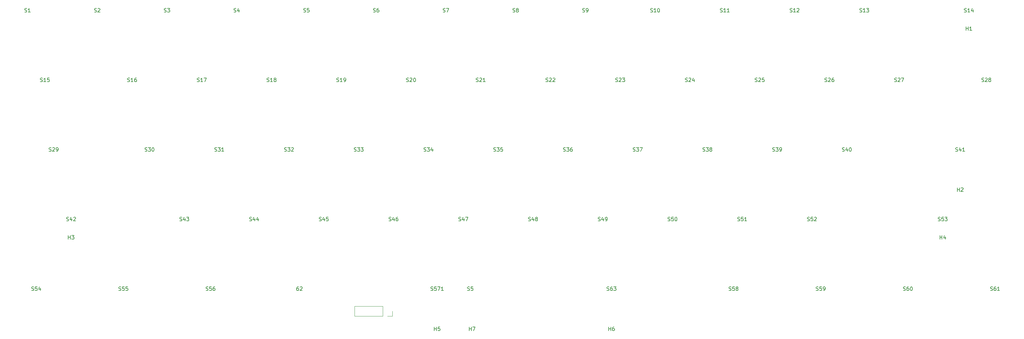
<source format=gbr>
%TF.GenerationSoftware,KiCad,Pcbnew,7.0.5*%
%TF.CreationDate,2024-03-02T17:25:27+09:00*%
%TF.ProjectId,Hotp4ck60,486f7470-3463-46b3-9630-2e6b69636164,rev?*%
%TF.SameCoordinates,Original*%
%TF.FileFunction,Legend,Top*%
%TF.FilePolarity,Positive*%
%FSLAX46Y46*%
G04 Gerber Fmt 4.6, Leading zero omitted, Abs format (unit mm)*
G04 Created by KiCad (PCBNEW 7.0.5) date 2024-03-02 17:25:27*
%MOMM*%
%LPD*%
G01*
G04 APERTURE LIST*
%ADD10C,0.150000*%
%ADD11C,0.120000*%
%ADD12C,2.501900*%
%ADD13C,1.750000*%
%ADD14C,4.000000*%
%ADD15C,3.048000*%
%ADD16C,3.987800*%
%ADD17R,1.700000X1.700000*%
%ADD18O,1.700000X1.700000*%
%ADD19C,7.001300*%
%ADD20C,7.000240*%
%ADD21C,0.850000*%
G04 APERTURE END LIST*
D10*
%TO.C,S47*%
X198786905Y-157507200D02*
X198929762Y-157554819D01*
X198929762Y-157554819D02*
X199167857Y-157554819D01*
X199167857Y-157554819D02*
X199263095Y-157507200D01*
X199263095Y-157507200D02*
X199310714Y-157459580D01*
X199310714Y-157459580D02*
X199358333Y-157364342D01*
X199358333Y-157364342D02*
X199358333Y-157269104D01*
X199358333Y-157269104D02*
X199310714Y-157173866D01*
X199310714Y-157173866D02*
X199263095Y-157126247D01*
X199263095Y-157126247D02*
X199167857Y-157078628D01*
X199167857Y-157078628D02*
X198977381Y-157031009D01*
X198977381Y-157031009D02*
X198882143Y-156983390D01*
X198882143Y-156983390D02*
X198834524Y-156935771D01*
X198834524Y-156935771D02*
X198786905Y-156840533D01*
X198786905Y-156840533D02*
X198786905Y-156745295D01*
X198786905Y-156745295D02*
X198834524Y-156650057D01*
X198834524Y-156650057D02*
X198882143Y-156602438D01*
X198882143Y-156602438D02*
X198977381Y-156554819D01*
X198977381Y-156554819D02*
X199215476Y-156554819D01*
X199215476Y-156554819D02*
X199358333Y-156602438D01*
X200215476Y-156888152D02*
X200215476Y-157554819D01*
X199977381Y-156507200D02*
X199739286Y-157221485D01*
X199739286Y-157221485D02*
X200358333Y-157221485D01*
X200644048Y-156554819D02*
X201310714Y-156554819D01*
X201310714Y-156554819D02*
X200882143Y-157554819D01*
%TO.C,S15*%
X84486905Y-119407200D02*
X84629762Y-119454819D01*
X84629762Y-119454819D02*
X84867857Y-119454819D01*
X84867857Y-119454819D02*
X84963095Y-119407200D01*
X84963095Y-119407200D02*
X85010714Y-119359580D01*
X85010714Y-119359580D02*
X85058333Y-119264342D01*
X85058333Y-119264342D02*
X85058333Y-119169104D01*
X85058333Y-119169104D02*
X85010714Y-119073866D01*
X85010714Y-119073866D02*
X84963095Y-119026247D01*
X84963095Y-119026247D02*
X84867857Y-118978628D01*
X84867857Y-118978628D02*
X84677381Y-118931009D01*
X84677381Y-118931009D02*
X84582143Y-118883390D01*
X84582143Y-118883390D02*
X84534524Y-118835771D01*
X84534524Y-118835771D02*
X84486905Y-118740533D01*
X84486905Y-118740533D02*
X84486905Y-118645295D01*
X84486905Y-118645295D02*
X84534524Y-118550057D01*
X84534524Y-118550057D02*
X84582143Y-118502438D01*
X84582143Y-118502438D02*
X84677381Y-118454819D01*
X84677381Y-118454819D02*
X84915476Y-118454819D01*
X84915476Y-118454819D02*
X85058333Y-118502438D01*
X86010714Y-119454819D02*
X85439286Y-119454819D01*
X85725000Y-119454819D02*
X85725000Y-118454819D01*
X85725000Y-118454819D02*
X85629762Y-118597676D01*
X85629762Y-118597676D02*
X85534524Y-118692914D01*
X85534524Y-118692914D02*
X85439286Y-118740533D01*
X86915476Y-118454819D02*
X86439286Y-118454819D01*
X86439286Y-118454819D02*
X86391667Y-118931009D01*
X86391667Y-118931009D02*
X86439286Y-118883390D01*
X86439286Y-118883390D02*
X86534524Y-118835771D01*
X86534524Y-118835771D02*
X86772619Y-118835771D01*
X86772619Y-118835771D02*
X86867857Y-118883390D01*
X86867857Y-118883390D02*
X86915476Y-118931009D01*
X86915476Y-118931009D02*
X86963095Y-119026247D01*
X86963095Y-119026247D02*
X86963095Y-119264342D01*
X86963095Y-119264342D02*
X86915476Y-119359580D01*
X86915476Y-119359580D02*
X86867857Y-119407200D01*
X86867857Y-119407200D02*
X86772619Y-119454819D01*
X86772619Y-119454819D02*
X86534524Y-119454819D01*
X86534524Y-119454819D02*
X86439286Y-119407200D01*
X86439286Y-119407200D02*
X86391667Y-119359580D01*
%TO.C,H5*%
X192119345Y-187604819D02*
X192119345Y-186604819D01*
X192119345Y-187081009D02*
X192690773Y-187081009D01*
X192690773Y-187604819D02*
X192690773Y-186604819D01*
X193643154Y-186604819D02*
X193166964Y-186604819D01*
X193166964Y-186604819D02*
X193119345Y-187081009D01*
X193119345Y-187081009D02*
X193166964Y-187033390D01*
X193166964Y-187033390D02*
X193262202Y-186985771D01*
X193262202Y-186985771D02*
X193500297Y-186985771D01*
X193500297Y-186985771D02*
X193595535Y-187033390D01*
X193595535Y-187033390D02*
X193643154Y-187081009D01*
X193643154Y-187081009D02*
X193690773Y-187176247D01*
X193690773Y-187176247D02*
X193690773Y-187414342D01*
X193690773Y-187414342D02*
X193643154Y-187509580D01*
X193643154Y-187509580D02*
X193595535Y-187557200D01*
X193595535Y-187557200D02*
X193500297Y-187604819D01*
X193500297Y-187604819D02*
X193262202Y-187604819D01*
X193262202Y-187604819D02*
X193166964Y-187557200D01*
X193166964Y-187557200D02*
X193119345Y-187509580D01*
%TO.C,S39*%
X284511905Y-138457200D02*
X284654762Y-138504819D01*
X284654762Y-138504819D02*
X284892857Y-138504819D01*
X284892857Y-138504819D02*
X284988095Y-138457200D01*
X284988095Y-138457200D02*
X285035714Y-138409580D01*
X285035714Y-138409580D02*
X285083333Y-138314342D01*
X285083333Y-138314342D02*
X285083333Y-138219104D01*
X285083333Y-138219104D02*
X285035714Y-138123866D01*
X285035714Y-138123866D02*
X284988095Y-138076247D01*
X284988095Y-138076247D02*
X284892857Y-138028628D01*
X284892857Y-138028628D02*
X284702381Y-137981009D01*
X284702381Y-137981009D02*
X284607143Y-137933390D01*
X284607143Y-137933390D02*
X284559524Y-137885771D01*
X284559524Y-137885771D02*
X284511905Y-137790533D01*
X284511905Y-137790533D02*
X284511905Y-137695295D01*
X284511905Y-137695295D02*
X284559524Y-137600057D01*
X284559524Y-137600057D02*
X284607143Y-137552438D01*
X284607143Y-137552438D02*
X284702381Y-137504819D01*
X284702381Y-137504819D02*
X284940476Y-137504819D01*
X284940476Y-137504819D02*
X285083333Y-137552438D01*
X285416667Y-137504819D02*
X286035714Y-137504819D01*
X286035714Y-137504819D02*
X285702381Y-137885771D01*
X285702381Y-137885771D02*
X285845238Y-137885771D01*
X285845238Y-137885771D02*
X285940476Y-137933390D01*
X285940476Y-137933390D02*
X285988095Y-137981009D01*
X285988095Y-137981009D02*
X286035714Y-138076247D01*
X286035714Y-138076247D02*
X286035714Y-138314342D01*
X286035714Y-138314342D02*
X285988095Y-138409580D01*
X285988095Y-138409580D02*
X285940476Y-138457200D01*
X285940476Y-138457200D02*
X285845238Y-138504819D01*
X285845238Y-138504819D02*
X285559524Y-138504819D01*
X285559524Y-138504819D02*
X285464286Y-138457200D01*
X285464286Y-138457200D02*
X285416667Y-138409580D01*
X286511905Y-138504819D02*
X286702381Y-138504819D01*
X286702381Y-138504819D02*
X286797619Y-138457200D01*
X286797619Y-138457200D02*
X286845238Y-138409580D01*
X286845238Y-138409580D02*
X286940476Y-138266723D01*
X286940476Y-138266723D02*
X286988095Y-138076247D01*
X286988095Y-138076247D02*
X286988095Y-137695295D01*
X286988095Y-137695295D02*
X286940476Y-137600057D01*
X286940476Y-137600057D02*
X286892857Y-137552438D01*
X286892857Y-137552438D02*
X286797619Y-137504819D01*
X286797619Y-137504819D02*
X286607143Y-137504819D01*
X286607143Y-137504819D02*
X286511905Y-137552438D01*
X286511905Y-137552438D02*
X286464286Y-137600057D01*
X286464286Y-137600057D02*
X286416667Y-137695295D01*
X286416667Y-137695295D02*
X286416667Y-137933390D01*
X286416667Y-137933390D02*
X286464286Y-138028628D01*
X286464286Y-138028628D02*
X286511905Y-138076247D01*
X286511905Y-138076247D02*
X286607143Y-138123866D01*
X286607143Y-138123866D02*
X286797619Y-138123866D01*
X286797619Y-138123866D02*
X286892857Y-138076247D01*
X286892857Y-138076247D02*
X286940476Y-138028628D01*
X286940476Y-138028628D02*
X286988095Y-137933390D01*
%TO.C,S38*%
X265461905Y-138457200D02*
X265604762Y-138504819D01*
X265604762Y-138504819D02*
X265842857Y-138504819D01*
X265842857Y-138504819D02*
X265938095Y-138457200D01*
X265938095Y-138457200D02*
X265985714Y-138409580D01*
X265985714Y-138409580D02*
X266033333Y-138314342D01*
X266033333Y-138314342D02*
X266033333Y-138219104D01*
X266033333Y-138219104D02*
X265985714Y-138123866D01*
X265985714Y-138123866D02*
X265938095Y-138076247D01*
X265938095Y-138076247D02*
X265842857Y-138028628D01*
X265842857Y-138028628D02*
X265652381Y-137981009D01*
X265652381Y-137981009D02*
X265557143Y-137933390D01*
X265557143Y-137933390D02*
X265509524Y-137885771D01*
X265509524Y-137885771D02*
X265461905Y-137790533D01*
X265461905Y-137790533D02*
X265461905Y-137695295D01*
X265461905Y-137695295D02*
X265509524Y-137600057D01*
X265509524Y-137600057D02*
X265557143Y-137552438D01*
X265557143Y-137552438D02*
X265652381Y-137504819D01*
X265652381Y-137504819D02*
X265890476Y-137504819D01*
X265890476Y-137504819D02*
X266033333Y-137552438D01*
X266366667Y-137504819D02*
X266985714Y-137504819D01*
X266985714Y-137504819D02*
X266652381Y-137885771D01*
X266652381Y-137885771D02*
X266795238Y-137885771D01*
X266795238Y-137885771D02*
X266890476Y-137933390D01*
X266890476Y-137933390D02*
X266938095Y-137981009D01*
X266938095Y-137981009D02*
X266985714Y-138076247D01*
X266985714Y-138076247D02*
X266985714Y-138314342D01*
X266985714Y-138314342D02*
X266938095Y-138409580D01*
X266938095Y-138409580D02*
X266890476Y-138457200D01*
X266890476Y-138457200D02*
X266795238Y-138504819D01*
X266795238Y-138504819D02*
X266509524Y-138504819D01*
X266509524Y-138504819D02*
X266414286Y-138457200D01*
X266414286Y-138457200D02*
X266366667Y-138409580D01*
X267557143Y-137933390D02*
X267461905Y-137885771D01*
X267461905Y-137885771D02*
X267414286Y-137838152D01*
X267414286Y-137838152D02*
X267366667Y-137742914D01*
X267366667Y-137742914D02*
X267366667Y-137695295D01*
X267366667Y-137695295D02*
X267414286Y-137600057D01*
X267414286Y-137600057D02*
X267461905Y-137552438D01*
X267461905Y-137552438D02*
X267557143Y-137504819D01*
X267557143Y-137504819D02*
X267747619Y-137504819D01*
X267747619Y-137504819D02*
X267842857Y-137552438D01*
X267842857Y-137552438D02*
X267890476Y-137600057D01*
X267890476Y-137600057D02*
X267938095Y-137695295D01*
X267938095Y-137695295D02*
X267938095Y-137742914D01*
X267938095Y-137742914D02*
X267890476Y-137838152D01*
X267890476Y-137838152D02*
X267842857Y-137885771D01*
X267842857Y-137885771D02*
X267747619Y-137933390D01*
X267747619Y-137933390D02*
X267557143Y-137933390D01*
X267557143Y-137933390D02*
X267461905Y-137981009D01*
X267461905Y-137981009D02*
X267414286Y-138028628D01*
X267414286Y-138028628D02*
X267366667Y-138123866D01*
X267366667Y-138123866D02*
X267366667Y-138314342D01*
X267366667Y-138314342D02*
X267414286Y-138409580D01*
X267414286Y-138409580D02*
X267461905Y-138457200D01*
X267461905Y-138457200D02*
X267557143Y-138504819D01*
X267557143Y-138504819D02*
X267747619Y-138504819D01*
X267747619Y-138504819D02*
X267842857Y-138457200D01*
X267842857Y-138457200D02*
X267890476Y-138409580D01*
X267890476Y-138409580D02*
X267938095Y-138314342D01*
X267938095Y-138314342D02*
X267938095Y-138123866D01*
X267938095Y-138123866D02*
X267890476Y-138028628D01*
X267890476Y-138028628D02*
X267842857Y-137981009D01*
X267842857Y-137981009D02*
X267747619Y-137933390D01*
%TO.C,S11*%
X270224405Y-100357200D02*
X270367262Y-100404819D01*
X270367262Y-100404819D02*
X270605357Y-100404819D01*
X270605357Y-100404819D02*
X270700595Y-100357200D01*
X270700595Y-100357200D02*
X270748214Y-100309580D01*
X270748214Y-100309580D02*
X270795833Y-100214342D01*
X270795833Y-100214342D02*
X270795833Y-100119104D01*
X270795833Y-100119104D02*
X270748214Y-100023866D01*
X270748214Y-100023866D02*
X270700595Y-99976247D01*
X270700595Y-99976247D02*
X270605357Y-99928628D01*
X270605357Y-99928628D02*
X270414881Y-99881009D01*
X270414881Y-99881009D02*
X270319643Y-99833390D01*
X270319643Y-99833390D02*
X270272024Y-99785771D01*
X270272024Y-99785771D02*
X270224405Y-99690533D01*
X270224405Y-99690533D02*
X270224405Y-99595295D01*
X270224405Y-99595295D02*
X270272024Y-99500057D01*
X270272024Y-99500057D02*
X270319643Y-99452438D01*
X270319643Y-99452438D02*
X270414881Y-99404819D01*
X270414881Y-99404819D02*
X270652976Y-99404819D01*
X270652976Y-99404819D02*
X270795833Y-99452438D01*
X271748214Y-100404819D02*
X271176786Y-100404819D01*
X271462500Y-100404819D02*
X271462500Y-99404819D01*
X271462500Y-99404819D02*
X271367262Y-99547676D01*
X271367262Y-99547676D02*
X271272024Y-99642914D01*
X271272024Y-99642914D02*
X271176786Y-99690533D01*
X272700595Y-100404819D02*
X272129167Y-100404819D01*
X272414881Y-100404819D02*
X272414881Y-99404819D01*
X272414881Y-99404819D02*
X272319643Y-99547676D01*
X272319643Y-99547676D02*
X272224405Y-99642914D01*
X272224405Y-99642914D02*
X272129167Y-99690533D01*
%TO.C,S17*%
X127349405Y-119407200D02*
X127492262Y-119454819D01*
X127492262Y-119454819D02*
X127730357Y-119454819D01*
X127730357Y-119454819D02*
X127825595Y-119407200D01*
X127825595Y-119407200D02*
X127873214Y-119359580D01*
X127873214Y-119359580D02*
X127920833Y-119264342D01*
X127920833Y-119264342D02*
X127920833Y-119169104D01*
X127920833Y-119169104D02*
X127873214Y-119073866D01*
X127873214Y-119073866D02*
X127825595Y-119026247D01*
X127825595Y-119026247D02*
X127730357Y-118978628D01*
X127730357Y-118978628D02*
X127539881Y-118931009D01*
X127539881Y-118931009D02*
X127444643Y-118883390D01*
X127444643Y-118883390D02*
X127397024Y-118835771D01*
X127397024Y-118835771D02*
X127349405Y-118740533D01*
X127349405Y-118740533D02*
X127349405Y-118645295D01*
X127349405Y-118645295D02*
X127397024Y-118550057D01*
X127397024Y-118550057D02*
X127444643Y-118502438D01*
X127444643Y-118502438D02*
X127539881Y-118454819D01*
X127539881Y-118454819D02*
X127777976Y-118454819D01*
X127777976Y-118454819D02*
X127920833Y-118502438D01*
X128873214Y-119454819D02*
X128301786Y-119454819D01*
X128587500Y-119454819D02*
X128587500Y-118454819D01*
X128587500Y-118454819D02*
X128492262Y-118597676D01*
X128492262Y-118597676D02*
X128397024Y-118692914D01*
X128397024Y-118692914D02*
X128301786Y-118740533D01*
X129206548Y-118454819D02*
X129873214Y-118454819D01*
X129873214Y-118454819D02*
X129444643Y-119454819D01*
%TO.C,S50*%
X255936905Y-157507200D02*
X256079762Y-157554819D01*
X256079762Y-157554819D02*
X256317857Y-157554819D01*
X256317857Y-157554819D02*
X256413095Y-157507200D01*
X256413095Y-157507200D02*
X256460714Y-157459580D01*
X256460714Y-157459580D02*
X256508333Y-157364342D01*
X256508333Y-157364342D02*
X256508333Y-157269104D01*
X256508333Y-157269104D02*
X256460714Y-157173866D01*
X256460714Y-157173866D02*
X256413095Y-157126247D01*
X256413095Y-157126247D02*
X256317857Y-157078628D01*
X256317857Y-157078628D02*
X256127381Y-157031009D01*
X256127381Y-157031009D02*
X256032143Y-156983390D01*
X256032143Y-156983390D02*
X255984524Y-156935771D01*
X255984524Y-156935771D02*
X255936905Y-156840533D01*
X255936905Y-156840533D02*
X255936905Y-156745295D01*
X255936905Y-156745295D02*
X255984524Y-156650057D01*
X255984524Y-156650057D02*
X256032143Y-156602438D01*
X256032143Y-156602438D02*
X256127381Y-156554819D01*
X256127381Y-156554819D02*
X256365476Y-156554819D01*
X256365476Y-156554819D02*
X256508333Y-156602438D01*
X257413095Y-156554819D02*
X256936905Y-156554819D01*
X256936905Y-156554819D02*
X256889286Y-157031009D01*
X256889286Y-157031009D02*
X256936905Y-156983390D01*
X256936905Y-156983390D02*
X257032143Y-156935771D01*
X257032143Y-156935771D02*
X257270238Y-156935771D01*
X257270238Y-156935771D02*
X257365476Y-156983390D01*
X257365476Y-156983390D02*
X257413095Y-157031009D01*
X257413095Y-157031009D02*
X257460714Y-157126247D01*
X257460714Y-157126247D02*
X257460714Y-157364342D01*
X257460714Y-157364342D02*
X257413095Y-157459580D01*
X257413095Y-157459580D02*
X257365476Y-157507200D01*
X257365476Y-157507200D02*
X257270238Y-157554819D01*
X257270238Y-157554819D02*
X257032143Y-157554819D01*
X257032143Y-157554819D02*
X256936905Y-157507200D01*
X256936905Y-157507200D02*
X256889286Y-157459580D01*
X258079762Y-156554819D02*
X258175000Y-156554819D01*
X258175000Y-156554819D02*
X258270238Y-156602438D01*
X258270238Y-156602438D02*
X258317857Y-156650057D01*
X258317857Y-156650057D02*
X258365476Y-156745295D01*
X258365476Y-156745295D02*
X258413095Y-156935771D01*
X258413095Y-156935771D02*
X258413095Y-157173866D01*
X258413095Y-157173866D02*
X258365476Y-157364342D01*
X258365476Y-157364342D02*
X258317857Y-157459580D01*
X258317857Y-157459580D02*
X258270238Y-157507200D01*
X258270238Y-157507200D02*
X258175000Y-157554819D01*
X258175000Y-157554819D02*
X258079762Y-157554819D01*
X258079762Y-157554819D02*
X257984524Y-157507200D01*
X257984524Y-157507200D02*
X257936905Y-157459580D01*
X257936905Y-157459580D02*
X257889286Y-157364342D01*
X257889286Y-157364342D02*
X257841667Y-157173866D01*
X257841667Y-157173866D02*
X257841667Y-156935771D01*
X257841667Y-156935771D02*
X257889286Y-156745295D01*
X257889286Y-156745295D02*
X257936905Y-156650057D01*
X257936905Y-156650057D02*
X257984524Y-156602438D01*
X257984524Y-156602438D02*
X258079762Y-156554819D01*
%TO.C,S22*%
X222599405Y-119407200D02*
X222742262Y-119454819D01*
X222742262Y-119454819D02*
X222980357Y-119454819D01*
X222980357Y-119454819D02*
X223075595Y-119407200D01*
X223075595Y-119407200D02*
X223123214Y-119359580D01*
X223123214Y-119359580D02*
X223170833Y-119264342D01*
X223170833Y-119264342D02*
X223170833Y-119169104D01*
X223170833Y-119169104D02*
X223123214Y-119073866D01*
X223123214Y-119073866D02*
X223075595Y-119026247D01*
X223075595Y-119026247D02*
X222980357Y-118978628D01*
X222980357Y-118978628D02*
X222789881Y-118931009D01*
X222789881Y-118931009D02*
X222694643Y-118883390D01*
X222694643Y-118883390D02*
X222647024Y-118835771D01*
X222647024Y-118835771D02*
X222599405Y-118740533D01*
X222599405Y-118740533D02*
X222599405Y-118645295D01*
X222599405Y-118645295D02*
X222647024Y-118550057D01*
X222647024Y-118550057D02*
X222694643Y-118502438D01*
X222694643Y-118502438D02*
X222789881Y-118454819D01*
X222789881Y-118454819D02*
X223027976Y-118454819D01*
X223027976Y-118454819D02*
X223170833Y-118502438D01*
X223551786Y-118550057D02*
X223599405Y-118502438D01*
X223599405Y-118502438D02*
X223694643Y-118454819D01*
X223694643Y-118454819D02*
X223932738Y-118454819D01*
X223932738Y-118454819D02*
X224027976Y-118502438D01*
X224027976Y-118502438D02*
X224075595Y-118550057D01*
X224075595Y-118550057D02*
X224123214Y-118645295D01*
X224123214Y-118645295D02*
X224123214Y-118740533D01*
X224123214Y-118740533D02*
X224075595Y-118883390D01*
X224075595Y-118883390D02*
X223504167Y-119454819D01*
X223504167Y-119454819D02*
X224123214Y-119454819D01*
X224504167Y-118550057D02*
X224551786Y-118502438D01*
X224551786Y-118502438D02*
X224647024Y-118454819D01*
X224647024Y-118454819D02*
X224885119Y-118454819D01*
X224885119Y-118454819D02*
X224980357Y-118502438D01*
X224980357Y-118502438D02*
X225027976Y-118550057D01*
X225027976Y-118550057D02*
X225075595Y-118645295D01*
X225075595Y-118645295D02*
X225075595Y-118740533D01*
X225075595Y-118740533D02*
X225027976Y-118883390D01*
X225027976Y-118883390D02*
X224456548Y-119454819D01*
X224456548Y-119454819D02*
X225075595Y-119454819D01*
%TO.C,S63*%
X239268155Y-176557200D02*
X239411012Y-176604819D01*
X239411012Y-176604819D02*
X239649107Y-176604819D01*
X239649107Y-176604819D02*
X239744345Y-176557200D01*
X239744345Y-176557200D02*
X239791964Y-176509580D01*
X239791964Y-176509580D02*
X239839583Y-176414342D01*
X239839583Y-176414342D02*
X239839583Y-176319104D01*
X239839583Y-176319104D02*
X239791964Y-176223866D01*
X239791964Y-176223866D02*
X239744345Y-176176247D01*
X239744345Y-176176247D02*
X239649107Y-176128628D01*
X239649107Y-176128628D02*
X239458631Y-176081009D01*
X239458631Y-176081009D02*
X239363393Y-176033390D01*
X239363393Y-176033390D02*
X239315774Y-175985771D01*
X239315774Y-175985771D02*
X239268155Y-175890533D01*
X239268155Y-175890533D02*
X239268155Y-175795295D01*
X239268155Y-175795295D02*
X239315774Y-175700057D01*
X239315774Y-175700057D02*
X239363393Y-175652438D01*
X239363393Y-175652438D02*
X239458631Y-175604819D01*
X239458631Y-175604819D02*
X239696726Y-175604819D01*
X239696726Y-175604819D02*
X239839583Y-175652438D01*
X240696726Y-175604819D02*
X240506250Y-175604819D01*
X240506250Y-175604819D02*
X240411012Y-175652438D01*
X240411012Y-175652438D02*
X240363393Y-175700057D01*
X240363393Y-175700057D02*
X240268155Y-175842914D01*
X240268155Y-175842914D02*
X240220536Y-176033390D01*
X240220536Y-176033390D02*
X240220536Y-176414342D01*
X240220536Y-176414342D02*
X240268155Y-176509580D01*
X240268155Y-176509580D02*
X240315774Y-176557200D01*
X240315774Y-176557200D02*
X240411012Y-176604819D01*
X240411012Y-176604819D02*
X240601488Y-176604819D01*
X240601488Y-176604819D02*
X240696726Y-176557200D01*
X240696726Y-176557200D02*
X240744345Y-176509580D01*
X240744345Y-176509580D02*
X240791964Y-176414342D01*
X240791964Y-176414342D02*
X240791964Y-176176247D01*
X240791964Y-176176247D02*
X240744345Y-176081009D01*
X240744345Y-176081009D02*
X240696726Y-176033390D01*
X240696726Y-176033390D02*
X240601488Y-175985771D01*
X240601488Y-175985771D02*
X240411012Y-175985771D01*
X240411012Y-175985771D02*
X240315774Y-176033390D01*
X240315774Y-176033390D02*
X240268155Y-176081009D01*
X240268155Y-176081009D02*
X240220536Y-176176247D01*
X241125298Y-175604819D02*
X241744345Y-175604819D01*
X241744345Y-175604819D02*
X241411012Y-175985771D01*
X241411012Y-175985771D02*
X241553869Y-175985771D01*
X241553869Y-175985771D02*
X241649107Y-176033390D01*
X241649107Y-176033390D02*
X241696726Y-176081009D01*
X241696726Y-176081009D02*
X241744345Y-176176247D01*
X241744345Y-176176247D02*
X241744345Y-176414342D01*
X241744345Y-176414342D02*
X241696726Y-176509580D01*
X241696726Y-176509580D02*
X241649107Y-176557200D01*
X241649107Y-176557200D02*
X241553869Y-176604819D01*
X241553869Y-176604819D02*
X241268155Y-176604819D01*
X241268155Y-176604819D02*
X241172917Y-176557200D01*
X241172917Y-176557200D02*
X241125298Y-176509580D01*
%TO.C,S10*%
X251174405Y-100357200D02*
X251317262Y-100404819D01*
X251317262Y-100404819D02*
X251555357Y-100404819D01*
X251555357Y-100404819D02*
X251650595Y-100357200D01*
X251650595Y-100357200D02*
X251698214Y-100309580D01*
X251698214Y-100309580D02*
X251745833Y-100214342D01*
X251745833Y-100214342D02*
X251745833Y-100119104D01*
X251745833Y-100119104D02*
X251698214Y-100023866D01*
X251698214Y-100023866D02*
X251650595Y-99976247D01*
X251650595Y-99976247D02*
X251555357Y-99928628D01*
X251555357Y-99928628D02*
X251364881Y-99881009D01*
X251364881Y-99881009D02*
X251269643Y-99833390D01*
X251269643Y-99833390D02*
X251222024Y-99785771D01*
X251222024Y-99785771D02*
X251174405Y-99690533D01*
X251174405Y-99690533D02*
X251174405Y-99595295D01*
X251174405Y-99595295D02*
X251222024Y-99500057D01*
X251222024Y-99500057D02*
X251269643Y-99452438D01*
X251269643Y-99452438D02*
X251364881Y-99404819D01*
X251364881Y-99404819D02*
X251602976Y-99404819D01*
X251602976Y-99404819D02*
X251745833Y-99452438D01*
X252698214Y-100404819D02*
X252126786Y-100404819D01*
X252412500Y-100404819D02*
X252412500Y-99404819D01*
X252412500Y-99404819D02*
X252317262Y-99547676D01*
X252317262Y-99547676D02*
X252222024Y-99642914D01*
X252222024Y-99642914D02*
X252126786Y-99690533D01*
X253317262Y-99404819D02*
X253412500Y-99404819D01*
X253412500Y-99404819D02*
X253507738Y-99452438D01*
X253507738Y-99452438D02*
X253555357Y-99500057D01*
X253555357Y-99500057D02*
X253602976Y-99595295D01*
X253602976Y-99595295D02*
X253650595Y-99785771D01*
X253650595Y-99785771D02*
X253650595Y-100023866D01*
X253650595Y-100023866D02*
X253602976Y-100214342D01*
X253602976Y-100214342D02*
X253555357Y-100309580D01*
X253555357Y-100309580D02*
X253507738Y-100357200D01*
X253507738Y-100357200D02*
X253412500Y-100404819D01*
X253412500Y-100404819D02*
X253317262Y-100404819D01*
X253317262Y-100404819D02*
X253222024Y-100357200D01*
X253222024Y-100357200D02*
X253174405Y-100309580D01*
X253174405Y-100309580D02*
X253126786Y-100214342D01*
X253126786Y-100214342D02*
X253079167Y-100023866D01*
X253079167Y-100023866D02*
X253079167Y-99785771D01*
X253079167Y-99785771D02*
X253126786Y-99595295D01*
X253126786Y-99595295D02*
X253174405Y-99500057D01*
X253174405Y-99500057D02*
X253222024Y-99452438D01*
X253222024Y-99452438D02*
X253317262Y-99404819D01*
%TO.C,S20*%
X184499405Y-119407200D02*
X184642262Y-119454819D01*
X184642262Y-119454819D02*
X184880357Y-119454819D01*
X184880357Y-119454819D02*
X184975595Y-119407200D01*
X184975595Y-119407200D02*
X185023214Y-119359580D01*
X185023214Y-119359580D02*
X185070833Y-119264342D01*
X185070833Y-119264342D02*
X185070833Y-119169104D01*
X185070833Y-119169104D02*
X185023214Y-119073866D01*
X185023214Y-119073866D02*
X184975595Y-119026247D01*
X184975595Y-119026247D02*
X184880357Y-118978628D01*
X184880357Y-118978628D02*
X184689881Y-118931009D01*
X184689881Y-118931009D02*
X184594643Y-118883390D01*
X184594643Y-118883390D02*
X184547024Y-118835771D01*
X184547024Y-118835771D02*
X184499405Y-118740533D01*
X184499405Y-118740533D02*
X184499405Y-118645295D01*
X184499405Y-118645295D02*
X184547024Y-118550057D01*
X184547024Y-118550057D02*
X184594643Y-118502438D01*
X184594643Y-118502438D02*
X184689881Y-118454819D01*
X184689881Y-118454819D02*
X184927976Y-118454819D01*
X184927976Y-118454819D02*
X185070833Y-118502438D01*
X185451786Y-118550057D02*
X185499405Y-118502438D01*
X185499405Y-118502438D02*
X185594643Y-118454819D01*
X185594643Y-118454819D02*
X185832738Y-118454819D01*
X185832738Y-118454819D02*
X185927976Y-118502438D01*
X185927976Y-118502438D02*
X185975595Y-118550057D01*
X185975595Y-118550057D02*
X186023214Y-118645295D01*
X186023214Y-118645295D02*
X186023214Y-118740533D01*
X186023214Y-118740533D02*
X185975595Y-118883390D01*
X185975595Y-118883390D02*
X185404167Y-119454819D01*
X185404167Y-119454819D02*
X186023214Y-119454819D01*
X186642262Y-118454819D02*
X186737500Y-118454819D01*
X186737500Y-118454819D02*
X186832738Y-118502438D01*
X186832738Y-118502438D02*
X186880357Y-118550057D01*
X186880357Y-118550057D02*
X186927976Y-118645295D01*
X186927976Y-118645295D02*
X186975595Y-118835771D01*
X186975595Y-118835771D02*
X186975595Y-119073866D01*
X186975595Y-119073866D02*
X186927976Y-119264342D01*
X186927976Y-119264342D02*
X186880357Y-119359580D01*
X186880357Y-119359580D02*
X186832738Y-119407200D01*
X186832738Y-119407200D02*
X186737500Y-119454819D01*
X186737500Y-119454819D02*
X186642262Y-119454819D01*
X186642262Y-119454819D02*
X186547024Y-119407200D01*
X186547024Y-119407200D02*
X186499405Y-119359580D01*
X186499405Y-119359580D02*
X186451786Y-119264342D01*
X186451786Y-119264342D02*
X186404167Y-119073866D01*
X186404167Y-119073866D02*
X186404167Y-118835771D01*
X186404167Y-118835771D02*
X186451786Y-118645295D01*
X186451786Y-118645295D02*
X186499405Y-118550057D01*
X186499405Y-118550057D02*
X186547024Y-118502438D01*
X186547024Y-118502438D02*
X186642262Y-118454819D01*
%TO.C,S59*%
X296418155Y-176557200D02*
X296561012Y-176604819D01*
X296561012Y-176604819D02*
X296799107Y-176604819D01*
X296799107Y-176604819D02*
X296894345Y-176557200D01*
X296894345Y-176557200D02*
X296941964Y-176509580D01*
X296941964Y-176509580D02*
X296989583Y-176414342D01*
X296989583Y-176414342D02*
X296989583Y-176319104D01*
X296989583Y-176319104D02*
X296941964Y-176223866D01*
X296941964Y-176223866D02*
X296894345Y-176176247D01*
X296894345Y-176176247D02*
X296799107Y-176128628D01*
X296799107Y-176128628D02*
X296608631Y-176081009D01*
X296608631Y-176081009D02*
X296513393Y-176033390D01*
X296513393Y-176033390D02*
X296465774Y-175985771D01*
X296465774Y-175985771D02*
X296418155Y-175890533D01*
X296418155Y-175890533D02*
X296418155Y-175795295D01*
X296418155Y-175795295D02*
X296465774Y-175700057D01*
X296465774Y-175700057D02*
X296513393Y-175652438D01*
X296513393Y-175652438D02*
X296608631Y-175604819D01*
X296608631Y-175604819D02*
X296846726Y-175604819D01*
X296846726Y-175604819D02*
X296989583Y-175652438D01*
X297894345Y-175604819D02*
X297418155Y-175604819D01*
X297418155Y-175604819D02*
X297370536Y-176081009D01*
X297370536Y-176081009D02*
X297418155Y-176033390D01*
X297418155Y-176033390D02*
X297513393Y-175985771D01*
X297513393Y-175985771D02*
X297751488Y-175985771D01*
X297751488Y-175985771D02*
X297846726Y-176033390D01*
X297846726Y-176033390D02*
X297894345Y-176081009D01*
X297894345Y-176081009D02*
X297941964Y-176176247D01*
X297941964Y-176176247D02*
X297941964Y-176414342D01*
X297941964Y-176414342D02*
X297894345Y-176509580D01*
X297894345Y-176509580D02*
X297846726Y-176557200D01*
X297846726Y-176557200D02*
X297751488Y-176604819D01*
X297751488Y-176604819D02*
X297513393Y-176604819D01*
X297513393Y-176604819D02*
X297418155Y-176557200D01*
X297418155Y-176557200D02*
X297370536Y-176509580D01*
X298418155Y-176604819D02*
X298608631Y-176604819D01*
X298608631Y-176604819D02*
X298703869Y-176557200D01*
X298703869Y-176557200D02*
X298751488Y-176509580D01*
X298751488Y-176509580D02*
X298846726Y-176366723D01*
X298846726Y-176366723D02*
X298894345Y-176176247D01*
X298894345Y-176176247D02*
X298894345Y-175795295D01*
X298894345Y-175795295D02*
X298846726Y-175700057D01*
X298846726Y-175700057D02*
X298799107Y-175652438D01*
X298799107Y-175652438D02*
X298703869Y-175604819D01*
X298703869Y-175604819D02*
X298513393Y-175604819D01*
X298513393Y-175604819D02*
X298418155Y-175652438D01*
X298418155Y-175652438D02*
X298370536Y-175700057D01*
X298370536Y-175700057D02*
X298322917Y-175795295D01*
X298322917Y-175795295D02*
X298322917Y-176033390D01*
X298322917Y-176033390D02*
X298370536Y-176128628D01*
X298370536Y-176128628D02*
X298418155Y-176176247D01*
X298418155Y-176176247D02*
X298513393Y-176223866D01*
X298513393Y-176223866D02*
X298703869Y-176223866D01*
X298703869Y-176223866D02*
X298799107Y-176176247D01*
X298799107Y-176176247D02*
X298846726Y-176128628D01*
X298846726Y-176128628D02*
X298894345Y-176033390D01*
%TO.C,S58*%
X272605655Y-176557200D02*
X272748512Y-176604819D01*
X272748512Y-176604819D02*
X272986607Y-176604819D01*
X272986607Y-176604819D02*
X273081845Y-176557200D01*
X273081845Y-176557200D02*
X273129464Y-176509580D01*
X273129464Y-176509580D02*
X273177083Y-176414342D01*
X273177083Y-176414342D02*
X273177083Y-176319104D01*
X273177083Y-176319104D02*
X273129464Y-176223866D01*
X273129464Y-176223866D02*
X273081845Y-176176247D01*
X273081845Y-176176247D02*
X272986607Y-176128628D01*
X272986607Y-176128628D02*
X272796131Y-176081009D01*
X272796131Y-176081009D02*
X272700893Y-176033390D01*
X272700893Y-176033390D02*
X272653274Y-175985771D01*
X272653274Y-175985771D02*
X272605655Y-175890533D01*
X272605655Y-175890533D02*
X272605655Y-175795295D01*
X272605655Y-175795295D02*
X272653274Y-175700057D01*
X272653274Y-175700057D02*
X272700893Y-175652438D01*
X272700893Y-175652438D02*
X272796131Y-175604819D01*
X272796131Y-175604819D02*
X273034226Y-175604819D01*
X273034226Y-175604819D02*
X273177083Y-175652438D01*
X274081845Y-175604819D02*
X273605655Y-175604819D01*
X273605655Y-175604819D02*
X273558036Y-176081009D01*
X273558036Y-176081009D02*
X273605655Y-176033390D01*
X273605655Y-176033390D02*
X273700893Y-175985771D01*
X273700893Y-175985771D02*
X273938988Y-175985771D01*
X273938988Y-175985771D02*
X274034226Y-176033390D01*
X274034226Y-176033390D02*
X274081845Y-176081009D01*
X274081845Y-176081009D02*
X274129464Y-176176247D01*
X274129464Y-176176247D02*
X274129464Y-176414342D01*
X274129464Y-176414342D02*
X274081845Y-176509580D01*
X274081845Y-176509580D02*
X274034226Y-176557200D01*
X274034226Y-176557200D02*
X273938988Y-176604819D01*
X273938988Y-176604819D02*
X273700893Y-176604819D01*
X273700893Y-176604819D02*
X273605655Y-176557200D01*
X273605655Y-176557200D02*
X273558036Y-176509580D01*
X274700893Y-176033390D02*
X274605655Y-175985771D01*
X274605655Y-175985771D02*
X274558036Y-175938152D01*
X274558036Y-175938152D02*
X274510417Y-175842914D01*
X274510417Y-175842914D02*
X274510417Y-175795295D01*
X274510417Y-175795295D02*
X274558036Y-175700057D01*
X274558036Y-175700057D02*
X274605655Y-175652438D01*
X274605655Y-175652438D02*
X274700893Y-175604819D01*
X274700893Y-175604819D02*
X274891369Y-175604819D01*
X274891369Y-175604819D02*
X274986607Y-175652438D01*
X274986607Y-175652438D02*
X275034226Y-175700057D01*
X275034226Y-175700057D02*
X275081845Y-175795295D01*
X275081845Y-175795295D02*
X275081845Y-175842914D01*
X275081845Y-175842914D02*
X275034226Y-175938152D01*
X275034226Y-175938152D02*
X274986607Y-175985771D01*
X274986607Y-175985771D02*
X274891369Y-176033390D01*
X274891369Y-176033390D02*
X274700893Y-176033390D01*
X274700893Y-176033390D02*
X274605655Y-176081009D01*
X274605655Y-176081009D02*
X274558036Y-176128628D01*
X274558036Y-176128628D02*
X274510417Y-176223866D01*
X274510417Y-176223866D02*
X274510417Y-176414342D01*
X274510417Y-176414342D02*
X274558036Y-176509580D01*
X274558036Y-176509580D02*
X274605655Y-176557200D01*
X274605655Y-176557200D02*
X274700893Y-176604819D01*
X274700893Y-176604819D02*
X274891369Y-176604819D01*
X274891369Y-176604819D02*
X274986607Y-176557200D01*
X274986607Y-176557200D02*
X275034226Y-176509580D01*
X275034226Y-176509580D02*
X275081845Y-176414342D01*
X275081845Y-176414342D02*
X275081845Y-176223866D01*
X275081845Y-176223866D02*
X275034226Y-176128628D01*
X275034226Y-176128628D02*
X274986607Y-176081009D01*
X274986607Y-176081009D02*
X274891369Y-176033390D01*
%TO.C,S33*%
X170211905Y-138457200D02*
X170354762Y-138504819D01*
X170354762Y-138504819D02*
X170592857Y-138504819D01*
X170592857Y-138504819D02*
X170688095Y-138457200D01*
X170688095Y-138457200D02*
X170735714Y-138409580D01*
X170735714Y-138409580D02*
X170783333Y-138314342D01*
X170783333Y-138314342D02*
X170783333Y-138219104D01*
X170783333Y-138219104D02*
X170735714Y-138123866D01*
X170735714Y-138123866D02*
X170688095Y-138076247D01*
X170688095Y-138076247D02*
X170592857Y-138028628D01*
X170592857Y-138028628D02*
X170402381Y-137981009D01*
X170402381Y-137981009D02*
X170307143Y-137933390D01*
X170307143Y-137933390D02*
X170259524Y-137885771D01*
X170259524Y-137885771D02*
X170211905Y-137790533D01*
X170211905Y-137790533D02*
X170211905Y-137695295D01*
X170211905Y-137695295D02*
X170259524Y-137600057D01*
X170259524Y-137600057D02*
X170307143Y-137552438D01*
X170307143Y-137552438D02*
X170402381Y-137504819D01*
X170402381Y-137504819D02*
X170640476Y-137504819D01*
X170640476Y-137504819D02*
X170783333Y-137552438D01*
X171116667Y-137504819D02*
X171735714Y-137504819D01*
X171735714Y-137504819D02*
X171402381Y-137885771D01*
X171402381Y-137885771D02*
X171545238Y-137885771D01*
X171545238Y-137885771D02*
X171640476Y-137933390D01*
X171640476Y-137933390D02*
X171688095Y-137981009D01*
X171688095Y-137981009D02*
X171735714Y-138076247D01*
X171735714Y-138076247D02*
X171735714Y-138314342D01*
X171735714Y-138314342D02*
X171688095Y-138409580D01*
X171688095Y-138409580D02*
X171640476Y-138457200D01*
X171640476Y-138457200D02*
X171545238Y-138504819D01*
X171545238Y-138504819D02*
X171259524Y-138504819D01*
X171259524Y-138504819D02*
X171164286Y-138457200D01*
X171164286Y-138457200D02*
X171116667Y-138409580D01*
X172069048Y-137504819D02*
X172688095Y-137504819D01*
X172688095Y-137504819D02*
X172354762Y-137885771D01*
X172354762Y-137885771D02*
X172497619Y-137885771D01*
X172497619Y-137885771D02*
X172592857Y-137933390D01*
X172592857Y-137933390D02*
X172640476Y-137981009D01*
X172640476Y-137981009D02*
X172688095Y-138076247D01*
X172688095Y-138076247D02*
X172688095Y-138314342D01*
X172688095Y-138314342D02*
X172640476Y-138409580D01*
X172640476Y-138409580D02*
X172592857Y-138457200D01*
X172592857Y-138457200D02*
X172497619Y-138504819D01*
X172497619Y-138504819D02*
X172211905Y-138504819D01*
X172211905Y-138504819D02*
X172116667Y-138457200D01*
X172116667Y-138457200D02*
X172069048Y-138409580D01*
%TO.C,S48*%
X217836905Y-157507200D02*
X217979762Y-157554819D01*
X217979762Y-157554819D02*
X218217857Y-157554819D01*
X218217857Y-157554819D02*
X218313095Y-157507200D01*
X218313095Y-157507200D02*
X218360714Y-157459580D01*
X218360714Y-157459580D02*
X218408333Y-157364342D01*
X218408333Y-157364342D02*
X218408333Y-157269104D01*
X218408333Y-157269104D02*
X218360714Y-157173866D01*
X218360714Y-157173866D02*
X218313095Y-157126247D01*
X218313095Y-157126247D02*
X218217857Y-157078628D01*
X218217857Y-157078628D02*
X218027381Y-157031009D01*
X218027381Y-157031009D02*
X217932143Y-156983390D01*
X217932143Y-156983390D02*
X217884524Y-156935771D01*
X217884524Y-156935771D02*
X217836905Y-156840533D01*
X217836905Y-156840533D02*
X217836905Y-156745295D01*
X217836905Y-156745295D02*
X217884524Y-156650057D01*
X217884524Y-156650057D02*
X217932143Y-156602438D01*
X217932143Y-156602438D02*
X218027381Y-156554819D01*
X218027381Y-156554819D02*
X218265476Y-156554819D01*
X218265476Y-156554819D02*
X218408333Y-156602438D01*
X219265476Y-156888152D02*
X219265476Y-157554819D01*
X219027381Y-156507200D02*
X218789286Y-157221485D01*
X218789286Y-157221485D02*
X219408333Y-157221485D01*
X219932143Y-156983390D02*
X219836905Y-156935771D01*
X219836905Y-156935771D02*
X219789286Y-156888152D01*
X219789286Y-156888152D02*
X219741667Y-156792914D01*
X219741667Y-156792914D02*
X219741667Y-156745295D01*
X219741667Y-156745295D02*
X219789286Y-156650057D01*
X219789286Y-156650057D02*
X219836905Y-156602438D01*
X219836905Y-156602438D02*
X219932143Y-156554819D01*
X219932143Y-156554819D02*
X220122619Y-156554819D01*
X220122619Y-156554819D02*
X220217857Y-156602438D01*
X220217857Y-156602438D02*
X220265476Y-156650057D01*
X220265476Y-156650057D02*
X220313095Y-156745295D01*
X220313095Y-156745295D02*
X220313095Y-156792914D01*
X220313095Y-156792914D02*
X220265476Y-156888152D01*
X220265476Y-156888152D02*
X220217857Y-156935771D01*
X220217857Y-156935771D02*
X220122619Y-156983390D01*
X220122619Y-156983390D02*
X219932143Y-156983390D01*
X219932143Y-156983390D02*
X219836905Y-157031009D01*
X219836905Y-157031009D02*
X219789286Y-157078628D01*
X219789286Y-157078628D02*
X219741667Y-157173866D01*
X219741667Y-157173866D02*
X219741667Y-157364342D01*
X219741667Y-157364342D02*
X219789286Y-157459580D01*
X219789286Y-157459580D02*
X219836905Y-157507200D01*
X219836905Y-157507200D02*
X219932143Y-157554819D01*
X219932143Y-157554819D02*
X220122619Y-157554819D01*
X220122619Y-157554819D02*
X220217857Y-157507200D01*
X220217857Y-157507200D02*
X220265476Y-157459580D01*
X220265476Y-157459580D02*
X220313095Y-157364342D01*
X220313095Y-157364342D02*
X220313095Y-157173866D01*
X220313095Y-157173866D02*
X220265476Y-157078628D01*
X220265476Y-157078628D02*
X220217857Y-157031009D01*
X220217857Y-157031009D02*
X220122619Y-156983390D01*
%TO.C,S21*%
X203549405Y-119407200D02*
X203692262Y-119454819D01*
X203692262Y-119454819D02*
X203930357Y-119454819D01*
X203930357Y-119454819D02*
X204025595Y-119407200D01*
X204025595Y-119407200D02*
X204073214Y-119359580D01*
X204073214Y-119359580D02*
X204120833Y-119264342D01*
X204120833Y-119264342D02*
X204120833Y-119169104D01*
X204120833Y-119169104D02*
X204073214Y-119073866D01*
X204073214Y-119073866D02*
X204025595Y-119026247D01*
X204025595Y-119026247D02*
X203930357Y-118978628D01*
X203930357Y-118978628D02*
X203739881Y-118931009D01*
X203739881Y-118931009D02*
X203644643Y-118883390D01*
X203644643Y-118883390D02*
X203597024Y-118835771D01*
X203597024Y-118835771D02*
X203549405Y-118740533D01*
X203549405Y-118740533D02*
X203549405Y-118645295D01*
X203549405Y-118645295D02*
X203597024Y-118550057D01*
X203597024Y-118550057D02*
X203644643Y-118502438D01*
X203644643Y-118502438D02*
X203739881Y-118454819D01*
X203739881Y-118454819D02*
X203977976Y-118454819D01*
X203977976Y-118454819D02*
X204120833Y-118502438D01*
X204501786Y-118550057D02*
X204549405Y-118502438D01*
X204549405Y-118502438D02*
X204644643Y-118454819D01*
X204644643Y-118454819D02*
X204882738Y-118454819D01*
X204882738Y-118454819D02*
X204977976Y-118502438D01*
X204977976Y-118502438D02*
X205025595Y-118550057D01*
X205025595Y-118550057D02*
X205073214Y-118645295D01*
X205073214Y-118645295D02*
X205073214Y-118740533D01*
X205073214Y-118740533D02*
X205025595Y-118883390D01*
X205025595Y-118883390D02*
X204454167Y-119454819D01*
X204454167Y-119454819D02*
X205073214Y-119454819D01*
X206025595Y-119454819D02*
X205454167Y-119454819D01*
X205739881Y-119454819D02*
X205739881Y-118454819D01*
X205739881Y-118454819D02*
X205644643Y-118597676D01*
X205644643Y-118597676D02*
X205549405Y-118692914D01*
X205549405Y-118692914D02*
X205454167Y-118740533D01*
%TO.C,S28*%
X341661905Y-119407200D02*
X341804762Y-119454819D01*
X341804762Y-119454819D02*
X342042857Y-119454819D01*
X342042857Y-119454819D02*
X342138095Y-119407200D01*
X342138095Y-119407200D02*
X342185714Y-119359580D01*
X342185714Y-119359580D02*
X342233333Y-119264342D01*
X342233333Y-119264342D02*
X342233333Y-119169104D01*
X342233333Y-119169104D02*
X342185714Y-119073866D01*
X342185714Y-119073866D02*
X342138095Y-119026247D01*
X342138095Y-119026247D02*
X342042857Y-118978628D01*
X342042857Y-118978628D02*
X341852381Y-118931009D01*
X341852381Y-118931009D02*
X341757143Y-118883390D01*
X341757143Y-118883390D02*
X341709524Y-118835771D01*
X341709524Y-118835771D02*
X341661905Y-118740533D01*
X341661905Y-118740533D02*
X341661905Y-118645295D01*
X341661905Y-118645295D02*
X341709524Y-118550057D01*
X341709524Y-118550057D02*
X341757143Y-118502438D01*
X341757143Y-118502438D02*
X341852381Y-118454819D01*
X341852381Y-118454819D02*
X342090476Y-118454819D01*
X342090476Y-118454819D02*
X342233333Y-118502438D01*
X342614286Y-118550057D02*
X342661905Y-118502438D01*
X342661905Y-118502438D02*
X342757143Y-118454819D01*
X342757143Y-118454819D02*
X342995238Y-118454819D01*
X342995238Y-118454819D02*
X343090476Y-118502438D01*
X343090476Y-118502438D02*
X343138095Y-118550057D01*
X343138095Y-118550057D02*
X343185714Y-118645295D01*
X343185714Y-118645295D02*
X343185714Y-118740533D01*
X343185714Y-118740533D02*
X343138095Y-118883390D01*
X343138095Y-118883390D02*
X342566667Y-119454819D01*
X342566667Y-119454819D02*
X343185714Y-119454819D01*
X343757143Y-118883390D02*
X343661905Y-118835771D01*
X343661905Y-118835771D02*
X343614286Y-118788152D01*
X343614286Y-118788152D02*
X343566667Y-118692914D01*
X343566667Y-118692914D02*
X343566667Y-118645295D01*
X343566667Y-118645295D02*
X343614286Y-118550057D01*
X343614286Y-118550057D02*
X343661905Y-118502438D01*
X343661905Y-118502438D02*
X343757143Y-118454819D01*
X343757143Y-118454819D02*
X343947619Y-118454819D01*
X343947619Y-118454819D02*
X344042857Y-118502438D01*
X344042857Y-118502438D02*
X344090476Y-118550057D01*
X344090476Y-118550057D02*
X344138095Y-118645295D01*
X344138095Y-118645295D02*
X344138095Y-118692914D01*
X344138095Y-118692914D02*
X344090476Y-118788152D01*
X344090476Y-118788152D02*
X344042857Y-118835771D01*
X344042857Y-118835771D02*
X343947619Y-118883390D01*
X343947619Y-118883390D02*
X343757143Y-118883390D01*
X343757143Y-118883390D02*
X343661905Y-118931009D01*
X343661905Y-118931009D02*
X343614286Y-118978628D01*
X343614286Y-118978628D02*
X343566667Y-119073866D01*
X343566667Y-119073866D02*
X343566667Y-119264342D01*
X343566667Y-119264342D02*
X343614286Y-119359580D01*
X343614286Y-119359580D02*
X343661905Y-119407200D01*
X343661905Y-119407200D02*
X343757143Y-119454819D01*
X343757143Y-119454819D02*
X343947619Y-119454819D01*
X343947619Y-119454819D02*
X344042857Y-119407200D01*
X344042857Y-119407200D02*
X344090476Y-119359580D01*
X344090476Y-119359580D02*
X344138095Y-119264342D01*
X344138095Y-119264342D02*
X344138095Y-119073866D01*
X344138095Y-119073866D02*
X344090476Y-118978628D01*
X344090476Y-118978628D02*
X344042857Y-118931009D01*
X344042857Y-118931009D02*
X343947619Y-118883390D01*
%TO.C,S55*%
X105918155Y-176557200D02*
X106061012Y-176604819D01*
X106061012Y-176604819D02*
X106299107Y-176604819D01*
X106299107Y-176604819D02*
X106394345Y-176557200D01*
X106394345Y-176557200D02*
X106441964Y-176509580D01*
X106441964Y-176509580D02*
X106489583Y-176414342D01*
X106489583Y-176414342D02*
X106489583Y-176319104D01*
X106489583Y-176319104D02*
X106441964Y-176223866D01*
X106441964Y-176223866D02*
X106394345Y-176176247D01*
X106394345Y-176176247D02*
X106299107Y-176128628D01*
X106299107Y-176128628D02*
X106108631Y-176081009D01*
X106108631Y-176081009D02*
X106013393Y-176033390D01*
X106013393Y-176033390D02*
X105965774Y-175985771D01*
X105965774Y-175985771D02*
X105918155Y-175890533D01*
X105918155Y-175890533D02*
X105918155Y-175795295D01*
X105918155Y-175795295D02*
X105965774Y-175700057D01*
X105965774Y-175700057D02*
X106013393Y-175652438D01*
X106013393Y-175652438D02*
X106108631Y-175604819D01*
X106108631Y-175604819D02*
X106346726Y-175604819D01*
X106346726Y-175604819D02*
X106489583Y-175652438D01*
X107394345Y-175604819D02*
X106918155Y-175604819D01*
X106918155Y-175604819D02*
X106870536Y-176081009D01*
X106870536Y-176081009D02*
X106918155Y-176033390D01*
X106918155Y-176033390D02*
X107013393Y-175985771D01*
X107013393Y-175985771D02*
X107251488Y-175985771D01*
X107251488Y-175985771D02*
X107346726Y-176033390D01*
X107346726Y-176033390D02*
X107394345Y-176081009D01*
X107394345Y-176081009D02*
X107441964Y-176176247D01*
X107441964Y-176176247D02*
X107441964Y-176414342D01*
X107441964Y-176414342D02*
X107394345Y-176509580D01*
X107394345Y-176509580D02*
X107346726Y-176557200D01*
X107346726Y-176557200D02*
X107251488Y-176604819D01*
X107251488Y-176604819D02*
X107013393Y-176604819D01*
X107013393Y-176604819D02*
X106918155Y-176557200D01*
X106918155Y-176557200D02*
X106870536Y-176509580D01*
X108346726Y-175604819D02*
X107870536Y-175604819D01*
X107870536Y-175604819D02*
X107822917Y-176081009D01*
X107822917Y-176081009D02*
X107870536Y-176033390D01*
X107870536Y-176033390D02*
X107965774Y-175985771D01*
X107965774Y-175985771D02*
X108203869Y-175985771D01*
X108203869Y-175985771D02*
X108299107Y-176033390D01*
X108299107Y-176033390D02*
X108346726Y-176081009D01*
X108346726Y-176081009D02*
X108394345Y-176176247D01*
X108394345Y-176176247D02*
X108394345Y-176414342D01*
X108394345Y-176414342D02*
X108346726Y-176509580D01*
X108346726Y-176509580D02*
X108299107Y-176557200D01*
X108299107Y-176557200D02*
X108203869Y-176604819D01*
X108203869Y-176604819D02*
X107965774Y-176604819D01*
X107965774Y-176604819D02*
X107870536Y-176557200D01*
X107870536Y-176557200D02*
X107822917Y-176509580D01*
%TO.C,S30*%
X113061905Y-138457200D02*
X113204762Y-138504819D01*
X113204762Y-138504819D02*
X113442857Y-138504819D01*
X113442857Y-138504819D02*
X113538095Y-138457200D01*
X113538095Y-138457200D02*
X113585714Y-138409580D01*
X113585714Y-138409580D02*
X113633333Y-138314342D01*
X113633333Y-138314342D02*
X113633333Y-138219104D01*
X113633333Y-138219104D02*
X113585714Y-138123866D01*
X113585714Y-138123866D02*
X113538095Y-138076247D01*
X113538095Y-138076247D02*
X113442857Y-138028628D01*
X113442857Y-138028628D02*
X113252381Y-137981009D01*
X113252381Y-137981009D02*
X113157143Y-137933390D01*
X113157143Y-137933390D02*
X113109524Y-137885771D01*
X113109524Y-137885771D02*
X113061905Y-137790533D01*
X113061905Y-137790533D02*
X113061905Y-137695295D01*
X113061905Y-137695295D02*
X113109524Y-137600057D01*
X113109524Y-137600057D02*
X113157143Y-137552438D01*
X113157143Y-137552438D02*
X113252381Y-137504819D01*
X113252381Y-137504819D02*
X113490476Y-137504819D01*
X113490476Y-137504819D02*
X113633333Y-137552438D01*
X113966667Y-137504819D02*
X114585714Y-137504819D01*
X114585714Y-137504819D02*
X114252381Y-137885771D01*
X114252381Y-137885771D02*
X114395238Y-137885771D01*
X114395238Y-137885771D02*
X114490476Y-137933390D01*
X114490476Y-137933390D02*
X114538095Y-137981009D01*
X114538095Y-137981009D02*
X114585714Y-138076247D01*
X114585714Y-138076247D02*
X114585714Y-138314342D01*
X114585714Y-138314342D02*
X114538095Y-138409580D01*
X114538095Y-138409580D02*
X114490476Y-138457200D01*
X114490476Y-138457200D02*
X114395238Y-138504819D01*
X114395238Y-138504819D02*
X114109524Y-138504819D01*
X114109524Y-138504819D02*
X114014286Y-138457200D01*
X114014286Y-138457200D02*
X113966667Y-138409580D01*
X115204762Y-137504819D02*
X115300000Y-137504819D01*
X115300000Y-137504819D02*
X115395238Y-137552438D01*
X115395238Y-137552438D02*
X115442857Y-137600057D01*
X115442857Y-137600057D02*
X115490476Y-137695295D01*
X115490476Y-137695295D02*
X115538095Y-137885771D01*
X115538095Y-137885771D02*
X115538095Y-138123866D01*
X115538095Y-138123866D02*
X115490476Y-138314342D01*
X115490476Y-138314342D02*
X115442857Y-138409580D01*
X115442857Y-138409580D02*
X115395238Y-138457200D01*
X115395238Y-138457200D02*
X115300000Y-138504819D01*
X115300000Y-138504819D02*
X115204762Y-138504819D01*
X115204762Y-138504819D02*
X115109524Y-138457200D01*
X115109524Y-138457200D02*
X115061905Y-138409580D01*
X115061905Y-138409580D02*
X115014286Y-138314342D01*
X115014286Y-138314342D02*
X114966667Y-138123866D01*
X114966667Y-138123866D02*
X114966667Y-137885771D01*
X114966667Y-137885771D02*
X115014286Y-137695295D01*
X115014286Y-137695295D02*
X115061905Y-137600057D01*
X115061905Y-137600057D02*
X115109524Y-137552438D01*
X115109524Y-137552438D02*
X115204762Y-137504819D01*
%TO.C,S24*%
X260699405Y-119407200D02*
X260842262Y-119454819D01*
X260842262Y-119454819D02*
X261080357Y-119454819D01*
X261080357Y-119454819D02*
X261175595Y-119407200D01*
X261175595Y-119407200D02*
X261223214Y-119359580D01*
X261223214Y-119359580D02*
X261270833Y-119264342D01*
X261270833Y-119264342D02*
X261270833Y-119169104D01*
X261270833Y-119169104D02*
X261223214Y-119073866D01*
X261223214Y-119073866D02*
X261175595Y-119026247D01*
X261175595Y-119026247D02*
X261080357Y-118978628D01*
X261080357Y-118978628D02*
X260889881Y-118931009D01*
X260889881Y-118931009D02*
X260794643Y-118883390D01*
X260794643Y-118883390D02*
X260747024Y-118835771D01*
X260747024Y-118835771D02*
X260699405Y-118740533D01*
X260699405Y-118740533D02*
X260699405Y-118645295D01*
X260699405Y-118645295D02*
X260747024Y-118550057D01*
X260747024Y-118550057D02*
X260794643Y-118502438D01*
X260794643Y-118502438D02*
X260889881Y-118454819D01*
X260889881Y-118454819D02*
X261127976Y-118454819D01*
X261127976Y-118454819D02*
X261270833Y-118502438D01*
X261651786Y-118550057D02*
X261699405Y-118502438D01*
X261699405Y-118502438D02*
X261794643Y-118454819D01*
X261794643Y-118454819D02*
X262032738Y-118454819D01*
X262032738Y-118454819D02*
X262127976Y-118502438D01*
X262127976Y-118502438D02*
X262175595Y-118550057D01*
X262175595Y-118550057D02*
X262223214Y-118645295D01*
X262223214Y-118645295D02*
X262223214Y-118740533D01*
X262223214Y-118740533D02*
X262175595Y-118883390D01*
X262175595Y-118883390D02*
X261604167Y-119454819D01*
X261604167Y-119454819D02*
X262223214Y-119454819D01*
X263080357Y-118788152D02*
X263080357Y-119454819D01*
X262842262Y-118407200D02*
X262604167Y-119121485D01*
X262604167Y-119121485D02*
X263223214Y-119121485D01*
%TO.C,S32*%
X151161905Y-138457200D02*
X151304762Y-138504819D01*
X151304762Y-138504819D02*
X151542857Y-138504819D01*
X151542857Y-138504819D02*
X151638095Y-138457200D01*
X151638095Y-138457200D02*
X151685714Y-138409580D01*
X151685714Y-138409580D02*
X151733333Y-138314342D01*
X151733333Y-138314342D02*
X151733333Y-138219104D01*
X151733333Y-138219104D02*
X151685714Y-138123866D01*
X151685714Y-138123866D02*
X151638095Y-138076247D01*
X151638095Y-138076247D02*
X151542857Y-138028628D01*
X151542857Y-138028628D02*
X151352381Y-137981009D01*
X151352381Y-137981009D02*
X151257143Y-137933390D01*
X151257143Y-137933390D02*
X151209524Y-137885771D01*
X151209524Y-137885771D02*
X151161905Y-137790533D01*
X151161905Y-137790533D02*
X151161905Y-137695295D01*
X151161905Y-137695295D02*
X151209524Y-137600057D01*
X151209524Y-137600057D02*
X151257143Y-137552438D01*
X151257143Y-137552438D02*
X151352381Y-137504819D01*
X151352381Y-137504819D02*
X151590476Y-137504819D01*
X151590476Y-137504819D02*
X151733333Y-137552438D01*
X152066667Y-137504819D02*
X152685714Y-137504819D01*
X152685714Y-137504819D02*
X152352381Y-137885771D01*
X152352381Y-137885771D02*
X152495238Y-137885771D01*
X152495238Y-137885771D02*
X152590476Y-137933390D01*
X152590476Y-137933390D02*
X152638095Y-137981009D01*
X152638095Y-137981009D02*
X152685714Y-138076247D01*
X152685714Y-138076247D02*
X152685714Y-138314342D01*
X152685714Y-138314342D02*
X152638095Y-138409580D01*
X152638095Y-138409580D02*
X152590476Y-138457200D01*
X152590476Y-138457200D02*
X152495238Y-138504819D01*
X152495238Y-138504819D02*
X152209524Y-138504819D01*
X152209524Y-138504819D02*
X152114286Y-138457200D01*
X152114286Y-138457200D02*
X152066667Y-138409580D01*
X153066667Y-137600057D02*
X153114286Y-137552438D01*
X153114286Y-137552438D02*
X153209524Y-137504819D01*
X153209524Y-137504819D02*
X153447619Y-137504819D01*
X153447619Y-137504819D02*
X153542857Y-137552438D01*
X153542857Y-137552438D02*
X153590476Y-137600057D01*
X153590476Y-137600057D02*
X153638095Y-137695295D01*
X153638095Y-137695295D02*
X153638095Y-137790533D01*
X153638095Y-137790533D02*
X153590476Y-137933390D01*
X153590476Y-137933390D02*
X153019048Y-138504819D01*
X153019048Y-138504819D02*
X153638095Y-138504819D01*
%TO.C,S8*%
X213550595Y-100357200D02*
X213693452Y-100404819D01*
X213693452Y-100404819D02*
X213931547Y-100404819D01*
X213931547Y-100404819D02*
X214026785Y-100357200D01*
X214026785Y-100357200D02*
X214074404Y-100309580D01*
X214074404Y-100309580D02*
X214122023Y-100214342D01*
X214122023Y-100214342D02*
X214122023Y-100119104D01*
X214122023Y-100119104D02*
X214074404Y-100023866D01*
X214074404Y-100023866D02*
X214026785Y-99976247D01*
X214026785Y-99976247D02*
X213931547Y-99928628D01*
X213931547Y-99928628D02*
X213741071Y-99881009D01*
X213741071Y-99881009D02*
X213645833Y-99833390D01*
X213645833Y-99833390D02*
X213598214Y-99785771D01*
X213598214Y-99785771D02*
X213550595Y-99690533D01*
X213550595Y-99690533D02*
X213550595Y-99595295D01*
X213550595Y-99595295D02*
X213598214Y-99500057D01*
X213598214Y-99500057D02*
X213645833Y-99452438D01*
X213645833Y-99452438D02*
X213741071Y-99404819D01*
X213741071Y-99404819D02*
X213979166Y-99404819D01*
X213979166Y-99404819D02*
X214122023Y-99452438D01*
X214693452Y-99833390D02*
X214598214Y-99785771D01*
X214598214Y-99785771D02*
X214550595Y-99738152D01*
X214550595Y-99738152D02*
X214502976Y-99642914D01*
X214502976Y-99642914D02*
X214502976Y-99595295D01*
X214502976Y-99595295D02*
X214550595Y-99500057D01*
X214550595Y-99500057D02*
X214598214Y-99452438D01*
X214598214Y-99452438D02*
X214693452Y-99404819D01*
X214693452Y-99404819D02*
X214883928Y-99404819D01*
X214883928Y-99404819D02*
X214979166Y-99452438D01*
X214979166Y-99452438D02*
X215026785Y-99500057D01*
X215026785Y-99500057D02*
X215074404Y-99595295D01*
X215074404Y-99595295D02*
X215074404Y-99642914D01*
X215074404Y-99642914D02*
X215026785Y-99738152D01*
X215026785Y-99738152D02*
X214979166Y-99785771D01*
X214979166Y-99785771D02*
X214883928Y-99833390D01*
X214883928Y-99833390D02*
X214693452Y-99833390D01*
X214693452Y-99833390D02*
X214598214Y-99881009D01*
X214598214Y-99881009D02*
X214550595Y-99928628D01*
X214550595Y-99928628D02*
X214502976Y-100023866D01*
X214502976Y-100023866D02*
X214502976Y-100214342D01*
X214502976Y-100214342D02*
X214550595Y-100309580D01*
X214550595Y-100309580D02*
X214598214Y-100357200D01*
X214598214Y-100357200D02*
X214693452Y-100404819D01*
X214693452Y-100404819D02*
X214883928Y-100404819D01*
X214883928Y-100404819D02*
X214979166Y-100357200D01*
X214979166Y-100357200D02*
X215026785Y-100309580D01*
X215026785Y-100309580D02*
X215074404Y-100214342D01*
X215074404Y-100214342D02*
X215074404Y-100023866D01*
X215074404Y-100023866D02*
X215026785Y-99928628D01*
X215026785Y-99928628D02*
X214979166Y-99881009D01*
X214979166Y-99881009D02*
X214883928Y-99833390D01*
%TO.C,S60*%
X320230655Y-176557200D02*
X320373512Y-176604819D01*
X320373512Y-176604819D02*
X320611607Y-176604819D01*
X320611607Y-176604819D02*
X320706845Y-176557200D01*
X320706845Y-176557200D02*
X320754464Y-176509580D01*
X320754464Y-176509580D02*
X320802083Y-176414342D01*
X320802083Y-176414342D02*
X320802083Y-176319104D01*
X320802083Y-176319104D02*
X320754464Y-176223866D01*
X320754464Y-176223866D02*
X320706845Y-176176247D01*
X320706845Y-176176247D02*
X320611607Y-176128628D01*
X320611607Y-176128628D02*
X320421131Y-176081009D01*
X320421131Y-176081009D02*
X320325893Y-176033390D01*
X320325893Y-176033390D02*
X320278274Y-175985771D01*
X320278274Y-175985771D02*
X320230655Y-175890533D01*
X320230655Y-175890533D02*
X320230655Y-175795295D01*
X320230655Y-175795295D02*
X320278274Y-175700057D01*
X320278274Y-175700057D02*
X320325893Y-175652438D01*
X320325893Y-175652438D02*
X320421131Y-175604819D01*
X320421131Y-175604819D02*
X320659226Y-175604819D01*
X320659226Y-175604819D02*
X320802083Y-175652438D01*
X321659226Y-175604819D02*
X321468750Y-175604819D01*
X321468750Y-175604819D02*
X321373512Y-175652438D01*
X321373512Y-175652438D02*
X321325893Y-175700057D01*
X321325893Y-175700057D02*
X321230655Y-175842914D01*
X321230655Y-175842914D02*
X321183036Y-176033390D01*
X321183036Y-176033390D02*
X321183036Y-176414342D01*
X321183036Y-176414342D02*
X321230655Y-176509580D01*
X321230655Y-176509580D02*
X321278274Y-176557200D01*
X321278274Y-176557200D02*
X321373512Y-176604819D01*
X321373512Y-176604819D02*
X321563988Y-176604819D01*
X321563988Y-176604819D02*
X321659226Y-176557200D01*
X321659226Y-176557200D02*
X321706845Y-176509580D01*
X321706845Y-176509580D02*
X321754464Y-176414342D01*
X321754464Y-176414342D02*
X321754464Y-176176247D01*
X321754464Y-176176247D02*
X321706845Y-176081009D01*
X321706845Y-176081009D02*
X321659226Y-176033390D01*
X321659226Y-176033390D02*
X321563988Y-175985771D01*
X321563988Y-175985771D02*
X321373512Y-175985771D01*
X321373512Y-175985771D02*
X321278274Y-176033390D01*
X321278274Y-176033390D02*
X321230655Y-176081009D01*
X321230655Y-176081009D02*
X321183036Y-176176247D01*
X322373512Y-175604819D02*
X322468750Y-175604819D01*
X322468750Y-175604819D02*
X322563988Y-175652438D01*
X322563988Y-175652438D02*
X322611607Y-175700057D01*
X322611607Y-175700057D02*
X322659226Y-175795295D01*
X322659226Y-175795295D02*
X322706845Y-175985771D01*
X322706845Y-175985771D02*
X322706845Y-176223866D01*
X322706845Y-176223866D02*
X322659226Y-176414342D01*
X322659226Y-176414342D02*
X322611607Y-176509580D01*
X322611607Y-176509580D02*
X322563988Y-176557200D01*
X322563988Y-176557200D02*
X322468750Y-176604819D01*
X322468750Y-176604819D02*
X322373512Y-176604819D01*
X322373512Y-176604819D02*
X322278274Y-176557200D01*
X322278274Y-176557200D02*
X322230655Y-176509580D01*
X322230655Y-176509580D02*
X322183036Y-176414342D01*
X322183036Y-176414342D02*
X322135417Y-176223866D01*
X322135417Y-176223866D02*
X322135417Y-175985771D01*
X322135417Y-175985771D02*
X322183036Y-175795295D01*
X322183036Y-175795295D02*
X322230655Y-175700057D01*
X322230655Y-175700057D02*
X322278274Y-175652438D01*
X322278274Y-175652438D02*
X322373512Y-175604819D01*
%TO.C,S7*%
X194500595Y-100357200D02*
X194643452Y-100404819D01*
X194643452Y-100404819D02*
X194881547Y-100404819D01*
X194881547Y-100404819D02*
X194976785Y-100357200D01*
X194976785Y-100357200D02*
X195024404Y-100309580D01*
X195024404Y-100309580D02*
X195072023Y-100214342D01*
X195072023Y-100214342D02*
X195072023Y-100119104D01*
X195072023Y-100119104D02*
X195024404Y-100023866D01*
X195024404Y-100023866D02*
X194976785Y-99976247D01*
X194976785Y-99976247D02*
X194881547Y-99928628D01*
X194881547Y-99928628D02*
X194691071Y-99881009D01*
X194691071Y-99881009D02*
X194595833Y-99833390D01*
X194595833Y-99833390D02*
X194548214Y-99785771D01*
X194548214Y-99785771D02*
X194500595Y-99690533D01*
X194500595Y-99690533D02*
X194500595Y-99595295D01*
X194500595Y-99595295D02*
X194548214Y-99500057D01*
X194548214Y-99500057D02*
X194595833Y-99452438D01*
X194595833Y-99452438D02*
X194691071Y-99404819D01*
X194691071Y-99404819D02*
X194929166Y-99404819D01*
X194929166Y-99404819D02*
X195072023Y-99452438D01*
X195405357Y-99404819D02*
X196072023Y-99404819D01*
X196072023Y-99404819D02*
X195643452Y-100404819D01*
%TO.C,S3*%
X118300595Y-100357200D02*
X118443452Y-100404819D01*
X118443452Y-100404819D02*
X118681547Y-100404819D01*
X118681547Y-100404819D02*
X118776785Y-100357200D01*
X118776785Y-100357200D02*
X118824404Y-100309580D01*
X118824404Y-100309580D02*
X118872023Y-100214342D01*
X118872023Y-100214342D02*
X118872023Y-100119104D01*
X118872023Y-100119104D02*
X118824404Y-100023866D01*
X118824404Y-100023866D02*
X118776785Y-99976247D01*
X118776785Y-99976247D02*
X118681547Y-99928628D01*
X118681547Y-99928628D02*
X118491071Y-99881009D01*
X118491071Y-99881009D02*
X118395833Y-99833390D01*
X118395833Y-99833390D02*
X118348214Y-99785771D01*
X118348214Y-99785771D02*
X118300595Y-99690533D01*
X118300595Y-99690533D02*
X118300595Y-99595295D01*
X118300595Y-99595295D02*
X118348214Y-99500057D01*
X118348214Y-99500057D02*
X118395833Y-99452438D01*
X118395833Y-99452438D02*
X118491071Y-99404819D01*
X118491071Y-99404819D02*
X118729166Y-99404819D01*
X118729166Y-99404819D02*
X118872023Y-99452438D01*
X119205357Y-99404819D02*
X119824404Y-99404819D01*
X119824404Y-99404819D02*
X119491071Y-99785771D01*
X119491071Y-99785771D02*
X119633928Y-99785771D01*
X119633928Y-99785771D02*
X119729166Y-99833390D01*
X119729166Y-99833390D02*
X119776785Y-99881009D01*
X119776785Y-99881009D02*
X119824404Y-99976247D01*
X119824404Y-99976247D02*
X119824404Y-100214342D01*
X119824404Y-100214342D02*
X119776785Y-100309580D01*
X119776785Y-100309580D02*
X119729166Y-100357200D01*
X119729166Y-100357200D02*
X119633928Y-100404819D01*
X119633928Y-100404819D02*
X119348214Y-100404819D01*
X119348214Y-100404819D02*
X119252976Y-100357200D01*
X119252976Y-100357200D02*
X119205357Y-100309580D01*
%TO.C,S18*%
X146399405Y-119407200D02*
X146542262Y-119454819D01*
X146542262Y-119454819D02*
X146780357Y-119454819D01*
X146780357Y-119454819D02*
X146875595Y-119407200D01*
X146875595Y-119407200D02*
X146923214Y-119359580D01*
X146923214Y-119359580D02*
X146970833Y-119264342D01*
X146970833Y-119264342D02*
X146970833Y-119169104D01*
X146970833Y-119169104D02*
X146923214Y-119073866D01*
X146923214Y-119073866D02*
X146875595Y-119026247D01*
X146875595Y-119026247D02*
X146780357Y-118978628D01*
X146780357Y-118978628D02*
X146589881Y-118931009D01*
X146589881Y-118931009D02*
X146494643Y-118883390D01*
X146494643Y-118883390D02*
X146447024Y-118835771D01*
X146447024Y-118835771D02*
X146399405Y-118740533D01*
X146399405Y-118740533D02*
X146399405Y-118645295D01*
X146399405Y-118645295D02*
X146447024Y-118550057D01*
X146447024Y-118550057D02*
X146494643Y-118502438D01*
X146494643Y-118502438D02*
X146589881Y-118454819D01*
X146589881Y-118454819D02*
X146827976Y-118454819D01*
X146827976Y-118454819D02*
X146970833Y-118502438D01*
X147923214Y-119454819D02*
X147351786Y-119454819D01*
X147637500Y-119454819D02*
X147637500Y-118454819D01*
X147637500Y-118454819D02*
X147542262Y-118597676D01*
X147542262Y-118597676D02*
X147447024Y-118692914D01*
X147447024Y-118692914D02*
X147351786Y-118740533D01*
X148494643Y-118883390D02*
X148399405Y-118835771D01*
X148399405Y-118835771D02*
X148351786Y-118788152D01*
X148351786Y-118788152D02*
X148304167Y-118692914D01*
X148304167Y-118692914D02*
X148304167Y-118645295D01*
X148304167Y-118645295D02*
X148351786Y-118550057D01*
X148351786Y-118550057D02*
X148399405Y-118502438D01*
X148399405Y-118502438D02*
X148494643Y-118454819D01*
X148494643Y-118454819D02*
X148685119Y-118454819D01*
X148685119Y-118454819D02*
X148780357Y-118502438D01*
X148780357Y-118502438D02*
X148827976Y-118550057D01*
X148827976Y-118550057D02*
X148875595Y-118645295D01*
X148875595Y-118645295D02*
X148875595Y-118692914D01*
X148875595Y-118692914D02*
X148827976Y-118788152D01*
X148827976Y-118788152D02*
X148780357Y-118835771D01*
X148780357Y-118835771D02*
X148685119Y-118883390D01*
X148685119Y-118883390D02*
X148494643Y-118883390D01*
X148494643Y-118883390D02*
X148399405Y-118931009D01*
X148399405Y-118931009D02*
X148351786Y-118978628D01*
X148351786Y-118978628D02*
X148304167Y-119073866D01*
X148304167Y-119073866D02*
X148304167Y-119264342D01*
X148304167Y-119264342D02*
X148351786Y-119359580D01*
X148351786Y-119359580D02*
X148399405Y-119407200D01*
X148399405Y-119407200D02*
X148494643Y-119454819D01*
X148494643Y-119454819D02*
X148685119Y-119454819D01*
X148685119Y-119454819D02*
X148780357Y-119407200D01*
X148780357Y-119407200D02*
X148827976Y-119359580D01*
X148827976Y-119359580D02*
X148875595Y-119264342D01*
X148875595Y-119264342D02*
X148875595Y-119073866D01*
X148875595Y-119073866D02*
X148827976Y-118978628D01*
X148827976Y-118978628D02*
X148780357Y-118931009D01*
X148780357Y-118931009D02*
X148685119Y-118883390D01*
%TO.C,S49*%
X236886905Y-157507200D02*
X237029762Y-157554819D01*
X237029762Y-157554819D02*
X237267857Y-157554819D01*
X237267857Y-157554819D02*
X237363095Y-157507200D01*
X237363095Y-157507200D02*
X237410714Y-157459580D01*
X237410714Y-157459580D02*
X237458333Y-157364342D01*
X237458333Y-157364342D02*
X237458333Y-157269104D01*
X237458333Y-157269104D02*
X237410714Y-157173866D01*
X237410714Y-157173866D02*
X237363095Y-157126247D01*
X237363095Y-157126247D02*
X237267857Y-157078628D01*
X237267857Y-157078628D02*
X237077381Y-157031009D01*
X237077381Y-157031009D02*
X236982143Y-156983390D01*
X236982143Y-156983390D02*
X236934524Y-156935771D01*
X236934524Y-156935771D02*
X236886905Y-156840533D01*
X236886905Y-156840533D02*
X236886905Y-156745295D01*
X236886905Y-156745295D02*
X236934524Y-156650057D01*
X236934524Y-156650057D02*
X236982143Y-156602438D01*
X236982143Y-156602438D02*
X237077381Y-156554819D01*
X237077381Y-156554819D02*
X237315476Y-156554819D01*
X237315476Y-156554819D02*
X237458333Y-156602438D01*
X238315476Y-156888152D02*
X238315476Y-157554819D01*
X238077381Y-156507200D02*
X237839286Y-157221485D01*
X237839286Y-157221485D02*
X238458333Y-157221485D01*
X238886905Y-157554819D02*
X239077381Y-157554819D01*
X239077381Y-157554819D02*
X239172619Y-157507200D01*
X239172619Y-157507200D02*
X239220238Y-157459580D01*
X239220238Y-157459580D02*
X239315476Y-157316723D01*
X239315476Y-157316723D02*
X239363095Y-157126247D01*
X239363095Y-157126247D02*
X239363095Y-156745295D01*
X239363095Y-156745295D02*
X239315476Y-156650057D01*
X239315476Y-156650057D02*
X239267857Y-156602438D01*
X239267857Y-156602438D02*
X239172619Y-156554819D01*
X239172619Y-156554819D02*
X238982143Y-156554819D01*
X238982143Y-156554819D02*
X238886905Y-156602438D01*
X238886905Y-156602438D02*
X238839286Y-156650057D01*
X238839286Y-156650057D02*
X238791667Y-156745295D01*
X238791667Y-156745295D02*
X238791667Y-156983390D01*
X238791667Y-156983390D02*
X238839286Y-157078628D01*
X238839286Y-157078628D02*
X238886905Y-157126247D01*
X238886905Y-157126247D02*
X238982143Y-157173866D01*
X238982143Y-157173866D02*
X239172619Y-157173866D01*
X239172619Y-157173866D02*
X239267857Y-157126247D01*
X239267857Y-157126247D02*
X239315476Y-157078628D01*
X239315476Y-157078628D02*
X239363095Y-156983390D01*
%TO.C,S9*%
X232600595Y-100357200D02*
X232743452Y-100404819D01*
X232743452Y-100404819D02*
X232981547Y-100404819D01*
X232981547Y-100404819D02*
X233076785Y-100357200D01*
X233076785Y-100357200D02*
X233124404Y-100309580D01*
X233124404Y-100309580D02*
X233172023Y-100214342D01*
X233172023Y-100214342D02*
X233172023Y-100119104D01*
X233172023Y-100119104D02*
X233124404Y-100023866D01*
X233124404Y-100023866D02*
X233076785Y-99976247D01*
X233076785Y-99976247D02*
X232981547Y-99928628D01*
X232981547Y-99928628D02*
X232791071Y-99881009D01*
X232791071Y-99881009D02*
X232695833Y-99833390D01*
X232695833Y-99833390D02*
X232648214Y-99785771D01*
X232648214Y-99785771D02*
X232600595Y-99690533D01*
X232600595Y-99690533D02*
X232600595Y-99595295D01*
X232600595Y-99595295D02*
X232648214Y-99500057D01*
X232648214Y-99500057D02*
X232695833Y-99452438D01*
X232695833Y-99452438D02*
X232791071Y-99404819D01*
X232791071Y-99404819D02*
X233029166Y-99404819D01*
X233029166Y-99404819D02*
X233172023Y-99452438D01*
X233648214Y-100404819D02*
X233838690Y-100404819D01*
X233838690Y-100404819D02*
X233933928Y-100357200D01*
X233933928Y-100357200D02*
X233981547Y-100309580D01*
X233981547Y-100309580D02*
X234076785Y-100166723D01*
X234076785Y-100166723D02*
X234124404Y-99976247D01*
X234124404Y-99976247D02*
X234124404Y-99595295D01*
X234124404Y-99595295D02*
X234076785Y-99500057D01*
X234076785Y-99500057D02*
X234029166Y-99452438D01*
X234029166Y-99452438D02*
X233933928Y-99404819D01*
X233933928Y-99404819D02*
X233743452Y-99404819D01*
X233743452Y-99404819D02*
X233648214Y-99452438D01*
X233648214Y-99452438D02*
X233600595Y-99500057D01*
X233600595Y-99500057D02*
X233552976Y-99595295D01*
X233552976Y-99595295D02*
X233552976Y-99833390D01*
X233552976Y-99833390D02*
X233600595Y-99928628D01*
X233600595Y-99928628D02*
X233648214Y-99976247D01*
X233648214Y-99976247D02*
X233743452Y-100023866D01*
X233743452Y-100023866D02*
X233933928Y-100023866D01*
X233933928Y-100023866D02*
X234029166Y-99976247D01*
X234029166Y-99976247D02*
X234076785Y-99928628D01*
X234076785Y-99928628D02*
X234124404Y-99833390D01*
%TO.C,H6*%
X239744345Y-187604819D02*
X239744345Y-186604819D01*
X239744345Y-187081009D02*
X240315773Y-187081009D01*
X240315773Y-187604819D02*
X240315773Y-186604819D01*
X241220535Y-186604819D02*
X241030059Y-186604819D01*
X241030059Y-186604819D02*
X240934821Y-186652438D01*
X240934821Y-186652438D02*
X240887202Y-186700057D01*
X240887202Y-186700057D02*
X240791964Y-186842914D01*
X240791964Y-186842914D02*
X240744345Y-187033390D01*
X240744345Y-187033390D02*
X240744345Y-187414342D01*
X240744345Y-187414342D02*
X240791964Y-187509580D01*
X240791964Y-187509580D02*
X240839583Y-187557200D01*
X240839583Y-187557200D02*
X240934821Y-187604819D01*
X240934821Y-187604819D02*
X241125297Y-187604819D01*
X241125297Y-187604819D02*
X241220535Y-187557200D01*
X241220535Y-187557200D02*
X241268154Y-187509580D01*
X241268154Y-187509580D02*
X241315773Y-187414342D01*
X241315773Y-187414342D02*
X241315773Y-187176247D01*
X241315773Y-187176247D02*
X241268154Y-187081009D01*
X241268154Y-187081009D02*
X241220535Y-187033390D01*
X241220535Y-187033390D02*
X241125297Y-186985771D01*
X241125297Y-186985771D02*
X240934821Y-186985771D01*
X240934821Y-186985771D02*
X240839583Y-187033390D01*
X240839583Y-187033390D02*
X240791964Y-187081009D01*
X240791964Y-187081009D02*
X240744345Y-187176247D01*
%TO.C,S13*%
X308324405Y-100357200D02*
X308467262Y-100404819D01*
X308467262Y-100404819D02*
X308705357Y-100404819D01*
X308705357Y-100404819D02*
X308800595Y-100357200D01*
X308800595Y-100357200D02*
X308848214Y-100309580D01*
X308848214Y-100309580D02*
X308895833Y-100214342D01*
X308895833Y-100214342D02*
X308895833Y-100119104D01*
X308895833Y-100119104D02*
X308848214Y-100023866D01*
X308848214Y-100023866D02*
X308800595Y-99976247D01*
X308800595Y-99976247D02*
X308705357Y-99928628D01*
X308705357Y-99928628D02*
X308514881Y-99881009D01*
X308514881Y-99881009D02*
X308419643Y-99833390D01*
X308419643Y-99833390D02*
X308372024Y-99785771D01*
X308372024Y-99785771D02*
X308324405Y-99690533D01*
X308324405Y-99690533D02*
X308324405Y-99595295D01*
X308324405Y-99595295D02*
X308372024Y-99500057D01*
X308372024Y-99500057D02*
X308419643Y-99452438D01*
X308419643Y-99452438D02*
X308514881Y-99404819D01*
X308514881Y-99404819D02*
X308752976Y-99404819D01*
X308752976Y-99404819D02*
X308895833Y-99452438D01*
X309848214Y-100404819D02*
X309276786Y-100404819D01*
X309562500Y-100404819D02*
X309562500Y-99404819D01*
X309562500Y-99404819D02*
X309467262Y-99547676D01*
X309467262Y-99547676D02*
X309372024Y-99642914D01*
X309372024Y-99642914D02*
X309276786Y-99690533D01*
X310181548Y-99404819D02*
X310800595Y-99404819D01*
X310800595Y-99404819D02*
X310467262Y-99785771D01*
X310467262Y-99785771D02*
X310610119Y-99785771D01*
X310610119Y-99785771D02*
X310705357Y-99833390D01*
X310705357Y-99833390D02*
X310752976Y-99881009D01*
X310752976Y-99881009D02*
X310800595Y-99976247D01*
X310800595Y-99976247D02*
X310800595Y-100214342D01*
X310800595Y-100214342D02*
X310752976Y-100309580D01*
X310752976Y-100309580D02*
X310705357Y-100357200D01*
X310705357Y-100357200D02*
X310610119Y-100404819D01*
X310610119Y-100404819D02*
X310324405Y-100404819D01*
X310324405Y-100404819D02*
X310229167Y-100357200D01*
X310229167Y-100357200D02*
X310181548Y-100309580D01*
%TO.C,S31*%
X132111905Y-138457200D02*
X132254762Y-138504819D01*
X132254762Y-138504819D02*
X132492857Y-138504819D01*
X132492857Y-138504819D02*
X132588095Y-138457200D01*
X132588095Y-138457200D02*
X132635714Y-138409580D01*
X132635714Y-138409580D02*
X132683333Y-138314342D01*
X132683333Y-138314342D02*
X132683333Y-138219104D01*
X132683333Y-138219104D02*
X132635714Y-138123866D01*
X132635714Y-138123866D02*
X132588095Y-138076247D01*
X132588095Y-138076247D02*
X132492857Y-138028628D01*
X132492857Y-138028628D02*
X132302381Y-137981009D01*
X132302381Y-137981009D02*
X132207143Y-137933390D01*
X132207143Y-137933390D02*
X132159524Y-137885771D01*
X132159524Y-137885771D02*
X132111905Y-137790533D01*
X132111905Y-137790533D02*
X132111905Y-137695295D01*
X132111905Y-137695295D02*
X132159524Y-137600057D01*
X132159524Y-137600057D02*
X132207143Y-137552438D01*
X132207143Y-137552438D02*
X132302381Y-137504819D01*
X132302381Y-137504819D02*
X132540476Y-137504819D01*
X132540476Y-137504819D02*
X132683333Y-137552438D01*
X133016667Y-137504819D02*
X133635714Y-137504819D01*
X133635714Y-137504819D02*
X133302381Y-137885771D01*
X133302381Y-137885771D02*
X133445238Y-137885771D01*
X133445238Y-137885771D02*
X133540476Y-137933390D01*
X133540476Y-137933390D02*
X133588095Y-137981009D01*
X133588095Y-137981009D02*
X133635714Y-138076247D01*
X133635714Y-138076247D02*
X133635714Y-138314342D01*
X133635714Y-138314342D02*
X133588095Y-138409580D01*
X133588095Y-138409580D02*
X133540476Y-138457200D01*
X133540476Y-138457200D02*
X133445238Y-138504819D01*
X133445238Y-138504819D02*
X133159524Y-138504819D01*
X133159524Y-138504819D02*
X133064286Y-138457200D01*
X133064286Y-138457200D02*
X133016667Y-138409580D01*
X134588095Y-138504819D02*
X134016667Y-138504819D01*
X134302381Y-138504819D02*
X134302381Y-137504819D01*
X134302381Y-137504819D02*
X134207143Y-137647676D01*
X134207143Y-137647676D02*
X134111905Y-137742914D01*
X134111905Y-137742914D02*
X134016667Y-137790533D01*
%TO.C,H7*%
X201644345Y-187604819D02*
X201644345Y-186604819D01*
X201644345Y-187081009D02*
X202215773Y-187081009D01*
X202215773Y-187604819D02*
X202215773Y-186604819D01*
X202596726Y-186604819D02*
X203263392Y-186604819D01*
X203263392Y-186604819D02*
X202834821Y-187604819D01*
%TO.C,H4*%
X330231845Y-162554819D02*
X330231845Y-161554819D01*
X330231845Y-162031009D02*
X330803273Y-162031009D01*
X330803273Y-162554819D02*
X330803273Y-161554819D01*
X331708035Y-161888152D02*
X331708035Y-162554819D01*
X331469940Y-161507200D02*
X331231845Y-162221485D01*
X331231845Y-162221485D02*
X331850892Y-162221485D01*
%TO.C,S35*%
X208311905Y-138457200D02*
X208454762Y-138504819D01*
X208454762Y-138504819D02*
X208692857Y-138504819D01*
X208692857Y-138504819D02*
X208788095Y-138457200D01*
X208788095Y-138457200D02*
X208835714Y-138409580D01*
X208835714Y-138409580D02*
X208883333Y-138314342D01*
X208883333Y-138314342D02*
X208883333Y-138219104D01*
X208883333Y-138219104D02*
X208835714Y-138123866D01*
X208835714Y-138123866D02*
X208788095Y-138076247D01*
X208788095Y-138076247D02*
X208692857Y-138028628D01*
X208692857Y-138028628D02*
X208502381Y-137981009D01*
X208502381Y-137981009D02*
X208407143Y-137933390D01*
X208407143Y-137933390D02*
X208359524Y-137885771D01*
X208359524Y-137885771D02*
X208311905Y-137790533D01*
X208311905Y-137790533D02*
X208311905Y-137695295D01*
X208311905Y-137695295D02*
X208359524Y-137600057D01*
X208359524Y-137600057D02*
X208407143Y-137552438D01*
X208407143Y-137552438D02*
X208502381Y-137504819D01*
X208502381Y-137504819D02*
X208740476Y-137504819D01*
X208740476Y-137504819D02*
X208883333Y-137552438D01*
X209216667Y-137504819D02*
X209835714Y-137504819D01*
X209835714Y-137504819D02*
X209502381Y-137885771D01*
X209502381Y-137885771D02*
X209645238Y-137885771D01*
X209645238Y-137885771D02*
X209740476Y-137933390D01*
X209740476Y-137933390D02*
X209788095Y-137981009D01*
X209788095Y-137981009D02*
X209835714Y-138076247D01*
X209835714Y-138076247D02*
X209835714Y-138314342D01*
X209835714Y-138314342D02*
X209788095Y-138409580D01*
X209788095Y-138409580D02*
X209740476Y-138457200D01*
X209740476Y-138457200D02*
X209645238Y-138504819D01*
X209645238Y-138504819D02*
X209359524Y-138504819D01*
X209359524Y-138504819D02*
X209264286Y-138457200D01*
X209264286Y-138457200D02*
X209216667Y-138409580D01*
X210740476Y-137504819D02*
X210264286Y-137504819D01*
X210264286Y-137504819D02*
X210216667Y-137981009D01*
X210216667Y-137981009D02*
X210264286Y-137933390D01*
X210264286Y-137933390D02*
X210359524Y-137885771D01*
X210359524Y-137885771D02*
X210597619Y-137885771D01*
X210597619Y-137885771D02*
X210692857Y-137933390D01*
X210692857Y-137933390D02*
X210740476Y-137981009D01*
X210740476Y-137981009D02*
X210788095Y-138076247D01*
X210788095Y-138076247D02*
X210788095Y-138314342D01*
X210788095Y-138314342D02*
X210740476Y-138409580D01*
X210740476Y-138409580D02*
X210692857Y-138457200D01*
X210692857Y-138457200D02*
X210597619Y-138504819D01*
X210597619Y-138504819D02*
X210359524Y-138504819D01*
X210359524Y-138504819D02*
X210264286Y-138457200D01*
X210264286Y-138457200D02*
X210216667Y-138409580D01*
%TO.C,S44*%
X141636905Y-157507200D02*
X141779762Y-157554819D01*
X141779762Y-157554819D02*
X142017857Y-157554819D01*
X142017857Y-157554819D02*
X142113095Y-157507200D01*
X142113095Y-157507200D02*
X142160714Y-157459580D01*
X142160714Y-157459580D02*
X142208333Y-157364342D01*
X142208333Y-157364342D02*
X142208333Y-157269104D01*
X142208333Y-157269104D02*
X142160714Y-157173866D01*
X142160714Y-157173866D02*
X142113095Y-157126247D01*
X142113095Y-157126247D02*
X142017857Y-157078628D01*
X142017857Y-157078628D02*
X141827381Y-157031009D01*
X141827381Y-157031009D02*
X141732143Y-156983390D01*
X141732143Y-156983390D02*
X141684524Y-156935771D01*
X141684524Y-156935771D02*
X141636905Y-156840533D01*
X141636905Y-156840533D02*
X141636905Y-156745295D01*
X141636905Y-156745295D02*
X141684524Y-156650057D01*
X141684524Y-156650057D02*
X141732143Y-156602438D01*
X141732143Y-156602438D02*
X141827381Y-156554819D01*
X141827381Y-156554819D02*
X142065476Y-156554819D01*
X142065476Y-156554819D02*
X142208333Y-156602438D01*
X143065476Y-156888152D02*
X143065476Y-157554819D01*
X142827381Y-156507200D02*
X142589286Y-157221485D01*
X142589286Y-157221485D02*
X143208333Y-157221485D01*
X144017857Y-156888152D02*
X144017857Y-157554819D01*
X143779762Y-156507200D02*
X143541667Y-157221485D01*
X143541667Y-157221485D02*
X144160714Y-157221485D01*
%TO.C,S27*%
X317849405Y-119407200D02*
X317992262Y-119454819D01*
X317992262Y-119454819D02*
X318230357Y-119454819D01*
X318230357Y-119454819D02*
X318325595Y-119407200D01*
X318325595Y-119407200D02*
X318373214Y-119359580D01*
X318373214Y-119359580D02*
X318420833Y-119264342D01*
X318420833Y-119264342D02*
X318420833Y-119169104D01*
X318420833Y-119169104D02*
X318373214Y-119073866D01*
X318373214Y-119073866D02*
X318325595Y-119026247D01*
X318325595Y-119026247D02*
X318230357Y-118978628D01*
X318230357Y-118978628D02*
X318039881Y-118931009D01*
X318039881Y-118931009D02*
X317944643Y-118883390D01*
X317944643Y-118883390D02*
X317897024Y-118835771D01*
X317897024Y-118835771D02*
X317849405Y-118740533D01*
X317849405Y-118740533D02*
X317849405Y-118645295D01*
X317849405Y-118645295D02*
X317897024Y-118550057D01*
X317897024Y-118550057D02*
X317944643Y-118502438D01*
X317944643Y-118502438D02*
X318039881Y-118454819D01*
X318039881Y-118454819D02*
X318277976Y-118454819D01*
X318277976Y-118454819D02*
X318420833Y-118502438D01*
X318801786Y-118550057D02*
X318849405Y-118502438D01*
X318849405Y-118502438D02*
X318944643Y-118454819D01*
X318944643Y-118454819D02*
X319182738Y-118454819D01*
X319182738Y-118454819D02*
X319277976Y-118502438D01*
X319277976Y-118502438D02*
X319325595Y-118550057D01*
X319325595Y-118550057D02*
X319373214Y-118645295D01*
X319373214Y-118645295D02*
X319373214Y-118740533D01*
X319373214Y-118740533D02*
X319325595Y-118883390D01*
X319325595Y-118883390D02*
X318754167Y-119454819D01*
X318754167Y-119454819D02*
X319373214Y-119454819D01*
X319706548Y-118454819D02*
X320373214Y-118454819D01*
X320373214Y-118454819D02*
X319944643Y-119454819D01*
%TO.C,S29*%
X86868155Y-138457200D02*
X87011012Y-138504819D01*
X87011012Y-138504819D02*
X87249107Y-138504819D01*
X87249107Y-138504819D02*
X87344345Y-138457200D01*
X87344345Y-138457200D02*
X87391964Y-138409580D01*
X87391964Y-138409580D02*
X87439583Y-138314342D01*
X87439583Y-138314342D02*
X87439583Y-138219104D01*
X87439583Y-138219104D02*
X87391964Y-138123866D01*
X87391964Y-138123866D02*
X87344345Y-138076247D01*
X87344345Y-138076247D02*
X87249107Y-138028628D01*
X87249107Y-138028628D02*
X87058631Y-137981009D01*
X87058631Y-137981009D02*
X86963393Y-137933390D01*
X86963393Y-137933390D02*
X86915774Y-137885771D01*
X86915774Y-137885771D02*
X86868155Y-137790533D01*
X86868155Y-137790533D02*
X86868155Y-137695295D01*
X86868155Y-137695295D02*
X86915774Y-137600057D01*
X86915774Y-137600057D02*
X86963393Y-137552438D01*
X86963393Y-137552438D02*
X87058631Y-137504819D01*
X87058631Y-137504819D02*
X87296726Y-137504819D01*
X87296726Y-137504819D02*
X87439583Y-137552438D01*
X87820536Y-137600057D02*
X87868155Y-137552438D01*
X87868155Y-137552438D02*
X87963393Y-137504819D01*
X87963393Y-137504819D02*
X88201488Y-137504819D01*
X88201488Y-137504819D02*
X88296726Y-137552438D01*
X88296726Y-137552438D02*
X88344345Y-137600057D01*
X88344345Y-137600057D02*
X88391964Y-137695295D01*
X88391964Y-137695295D02*
X88391964Y-137790533D01*
X88391964Y-137790533D02*
X88344345Y-137933390D01*
X88344345Y-137933390D02*
X87772917Y-138504819D01*
X87772917Y-138504819D02*
X88391964Y-138504819D01*
X88868155Y-138504819D02*
X89058631Y-138504819D01*
X89058631Y-138504819D02*
X89153869Y-138457200D01*
X89153869Y-138457200D02*
X89201488Y-138409580D01*
X89201488Y-138409580D02*
X89296726Y-138266723D01*
X89296726Y-138266723D02*
X89344345Y-138076247D01*
X89344345Y-138076247D02*
X89344345Y-137695295D01*
X89344345Y-137695295D02*
X89296726Y-137600057D01*
X89296726Y-137600057D02*
X89249107Y-137552438D01*
X89249107Y-137552438D02*
X89153869Y-137504819D01*
X89153869Y-137504819D02*
X88963393Y-137504819D01*
X88963393Y-137504819D02*
X88868155Y-137552438D01*
X88868155Y-137552438D02*
X88820536Y-137600057D01*
X88820536Y-137600057D02*
X88772917Y-137695295D01*
X88772917Y-137695295D02*
X88772917Y-137933390D01*
X88772917Y-137933390D02*
X88820536Y-138028628D01*
X88820536Y-138028628D02*
X88868155Y-138076247D01*
X88868155Y-138076247D02*
X88963393Y-138123866D01*
X88963393Y-138123866D02*
X89153869Y-138123866D01*
X89153869Y-138123866D02*
X89249107Y-138076247D01*
X89249107Y-138076247D02*
X89296726Y-138028628D01*
X89296726Y-138028628D02*
X89344345Y-137933390D01*
%TO.C,S5*%
X156400595Y-100357200D02*
X156543452Y-100404819D01*
X156543452Y-100404819D02*
X156781547Y-100404819D01*
X156781547Y-100404819D02*
X156876785Y-100357200D01*
X156876785Y-100357200D02*
X156924404Y-100309580D01*
X156924404Y-100309580D02*
X156972023Y-100214342D01*
X156972023Y-100214342D02*
X156972023Y-100119104D01*
X156972023Y-100119104D02*
X156924404Y-100023866D01*
X156924404Y-100023866D02*
X156876785Y-99976247D01*
X156876785Y-99976247D02*
X156781547Y-99928628D01*
X156781547Y-99928628D02*
X156591071Y-99881009D01*
X156591071Y-99881009D02*
X156495833Y-99833390D01*
X156495833Y-99833390D02*
X156448214Y-99785771D01*
X156448214Y-99785771D02*
X156400595Y-99690533D01*
X156400595Y-99690533D02*
X156400595Y-99595295D01*
X156400595Y-99595295D02*
X156448214Y-99500057D01*
X156448214Y-99500057D02*
X156495833Y-99452438D01*
X156495833Y-99452438D02*
X156591071Y-99404819D01*
X156591071Y-99404819D02*
X156829166Y-99404819D01*
X156829166Y-99404819D02*
X156972023Y-99452438D01*
X157876785Y-99404819D02*
X157400595Y-99404819D01*
X157400595Y-99404819D02*
X157352976Y-99881009D01*
X157352976Y-99881009D02*
X157400595Y-99833390D01*
X157400595Y-99833390D02*
X157495833Y-99785771D01*
X157495833Y-99785771D02*
X157733928Y-99785771D01*
X157733928Y-99785771D02*
X157829166Y-99833390D01*
X157829166Y-99833390D02*
X157876785Y-99881009D01*
X157876785Y-99881009D02*
X157924404Y-99976247D01*
X157924404Y-99976247D02*
X157924404Y-100214342D01*
X157924404Y-100214342D02*
X157876785Y-100309580D01*
X157876785Y-100309580D02*
X157829166Y-100357200D01*
X157829166Y-100357200D02*
X157733928Y-100404819D01*
X157733928Y-100404819D02*
X157495833Y-100404819D01*
X157495833Y-100404819D02*
X157400595Y-100357200D01*
X157400595Y-100357200D02*
X157352976Y-100309580D01*
%TO.C,S40*%
X303561905Y-138457200D02*
X303704762Y-138504819D01*
X303704762Y-138504819D02*
X303942857Y-138504819D01*
X303942857Y-138504819D02*
X304038095Y-138457200D01*
X304038095Y-138457200D02*
X304085714Y-138409580D01*
X304085714Y-138409580D02*
X304133333Y-138314342D01*
X304133333Y-138314342D02*
X304133333Y-138219104D01*
X304133333Y-138219104D02*
X304085714Y-138123866D01*
X304085714Y-138123866D02*
X304038095Y-138076247D01*
X304038095Y-138076247D02*
X303942857Y-138028628D01*
X303942857Y-138028628D02*
X303752381Y-137981009D01*
X303752381Y-137981009D02*
X303657143Y-137933390D01*
X303657143Y-137933390D02*
X303609524Y-137885771D01*
X303609524Y-137885771D02*
X303561905Y-137790533D01*
X303561905Y-137790533D02*
X303561905Y-137695295D01*
X303561905Y-137695295D02*
X303609524Y-137600057D01*
X303609524Y-137600057D02*
X303657143Y-137552438D01*
X303657143Y-137552438D02*
X303752381Y-137504819D01*
X303752381Y-137504819D02*
X303990476Y-137504819D01*
X303990476Y-137504819D02*
X304133333Y-137552438D01*
X304990476Y-137838152D02*
X304990476Y-138504819D01*
X304752381Y-137457200D02*
X304514286Y-138171485D01*
X304514286Y-138171485D02*
X305133333Y-138171485D01*
X305704762Y-137504819D02*
X305800000Y-137504819D01*
X305800000Y-137504819D02*
X305895238Y-137552438D01*
X305895238Y-137552438D02*
X305942857Y-137600057D01*
X305942857Y-137600057D02*
X305990476Y-137695295D01*
X305990476Y-137695295D02*
X306038095Y-137885771D01*
X306038095Y-137885771D02*
X306038095Y-138123866D01*
X306038095Y-138123866D02*
X305990476Y-138314342D01*
X305990476Y-138314342D02*
X305942857Y-138409580D01*
X305942857Y-138409580D02*
X305895238Y-138457200D01*
X305895238Y-138457200D02*
X305800000Y-138504819D01*
X305800000Y-138504819D02*
X305704762Y-138504819D01*
X305704762Y-138504819D02*
X305609524Y-138457200D01*
X305609524Y-138457200D02*
X305561905Y-138409580D01*
X305561905Y-138409580D02*
X305514286Y-138314342D01*
X305514286Y-138314342D02*
X305466667Y-138123866D01*
X305466667Y-138123866D02*
X305466667Y-137885771D01*
X305466667Y-137885771D02*
X305514286Y-137695295D01*
X305514286Y-137695295D02*
X305561905Y-137600057D01*
X305561905Y-137600057D02*
X305609524Y-137552438D01*
X305609524Y-137552438D02*
X305704762Y-137504819D01*
%TO.C,S42*%
X91630655Y-157507200D02*
X91773512Y-157554819D01*
X91773512Y-157554819D02*
X92011607Y-157554819D01*
X92011607Y-157554819D02*
X92106845Y-157507200D01*
X92106845Y-157507200D02*
X92154464Y-157459580D01*
X92154464Y-157459580D02*
X92202083Y-157364342D01*
X92202083Y-157364342D02*
X92202083Y-157269104D01*
X92202083Y-157269104D02*
X92154464Y-157173866D01*
X92154464Y-157173866D02*
X92106845Y-157126247D01*
X92106845Y-157126247D02*
X92011607Y-157078628D01*
X92011607Y-157078628D02*
X91821131Y-157031009D01*
X91821131Y-157031009D02*
X91725893Y-156983390D01*
X91725893Y-156983390D02*
X91678274Y-156935771D01*
X91678274Y-156935771D02*
X91630655Y-156840533D01*
X91630655Y-156840533D02*
X91630655Y-156745295D01*
X91630655Y-156745295D02*
X91678274Y-156650057D01*
X91678274Y-156650057D02*
X91725893Y-156602438D01*
X91725893Y-156602438D02*
X91821131Y-156554819D01*
X91821131Y-156554819D02*
X92059226Y-156554819D01*
X92059226Y-156554819D02*
X92202083Y-156602438D01*
X93059226Y-156888152D02*
X93059226Y-157554819D01*
X92821131Y-156507200D02*
X92583036Y-157221485D01*
X92583036Y-157221485D02*
X93202083Y-157221485D01*
X93535417Y-156650057D02*
X93583036Y-156602438D01*
X93583036Y-156602438D02*
X93678274Y-156554819D01*
X93678274Y-156554819D02*
X93916369Y-156554819D01*
X93916369Y-156554819D02*
X94011607Y-156602438D01*
X94011607Y-156602438D02*
X94059226Y-156650057D01*
X94059226Y-156650057D02*
X94106845Y-156745295D01*
X94106845Y-156745295D02*
X94106845Y-156840533D01*
X94106845Y-156840533D02*
X94059226Y-156983390D01*
X94059226Y-156983390D02*
X93487798Y-157554819D01*
X93487798Y-157554819D02*
X94106845Y-157554819D01*
%TO.C,S54*%
X82105655Y-176557200D02*
X82248512Y-176604819D01*
X82248512Y-176604819D02*
X82486607Y-176604819D01*
X82486607Y-176604819D02*
X82581845Y-176557200D01*
X82581845Y-176557200D02*
X82629464Y-176509580D01*
X82629464Y-176509580D02*
X82677083Y-176414342D01*
X82677083Y-176414342D02*
X82677083Y-176319104D01*
X82677083Y-176319104D02*
X82629464Y-176223866D01*
X82629464Y-176223866D02*
X82581845Y-176176247D01*
X82581845Y-176176247D02*
X82486607Y-176128628D01*
X82486607Y-176128628D02*
X82296131Y-176081009D01*
X82296131Y-176081009D02*
X82200893Y-176033390D01*
X82200893Y-176033390D02*
X82153274Y-175985771D01*
X82153274Y-175985771D02*
X82105655Y-175890533D01*
X82105655Y-175890533D02*
X82105655Y-175795295D01*
X82105655Y-175795295D02*
X82153274Y-175700057D01*
X82153274Y-175700057D02*
X82200893Y-175652438D01*
X82200893Y-175652438D02*
X82296131Y-175604819D01*
X82296131Y-175604819D02*
X82534226Y-175604819D01*
X82534226Y-175604819D02*
X82677083Y-175652438D01*
X83581845Y-175604819D02*
X83105655Y-175604819D01*
X83105655Y-175604819D02*
X83058036Y-176081009D01*
X83058036Y-176081009D02*
X83105655Y-176033390D01*
X83105655Y-176033390D02*
X83200893Y-175985771D01*
X83200893Y-175985771D02*
X83438988Y-175985771D01*
X83438988Y-175985771D02*
X83534226Y-176033390D01*
X83534226Y-176033390D02*
X83581845Y-176081009D01*
X83581845Y-176081009D02*
X83629464Y-176176247D01*
X83629464Y-176176247D02*
X83629464Y-176414342D01*
X83629464Y-176414342D02*
X83581845Y-176509580D01*
X83581845Y-176509580D02*
X83534226Y-176557200D01*
X83534226Y-176557200D02*
X83438988Y-176604819D01*
X83438988Y-176604819D02*
X83200893Y-176604819D01*
X83200893Y-176604819D02*
X83105655Y-176557200D01*
X83105655Y-176557200D02*
X83058036Y-176509580D01*
X84486607Y-175938152D02*
X84486607Y-176604819D01*
X84248512Y-175557200D02*
X84010417Y-176271485D01*
X84010417Y-176271485D02*
X84629464Y-176271485D01*
%TO.C,S37*%
X246411905Y-138457200D02*
X246554762Y-138504819D01*
X246554762Y-138504819D02*
X246792857Y-138504819D01*
X246792857Y-138504819D02*
X246888095Y-138457200D01*
X246888095Y-138457200D02*
X246935714Y-138409580D01*
X246935714Y-138409580D02*
X246983333Y-138314342D01*
X246983333Y-138314342D02*
X246983333Y-138219104D01*
X246983333Y-138219104D02*
X246935714Y-138123866D01*
X246935714Y-138123866D02*
X246888095Y-138076247D01*
X246888095Y-138076247D02*
X246792857Y-138028628D01*
X246792857Y-138028628D02*
X246602381Y-137981009D01*
X246602381Y-137981009D02*
X246507143Y-137933390D01*
X246507143Y-137933390D02*
X246459524Y-137885771D01*
X246459524Y-137885771D02*
X246411905Y-137790533D01*
X246411905Y-137790533D02*
X246411905Y-137695295D01*
X246411905Y-137695295D02*
X246459524Y-137600057D01*
X246459524Y-137600057D02*
X246507143Y-137552438D01*
X246507143Y-137552438D02*
X246602381Y-137504819D01*
X246602381Y-137504819D02*
X246840476Y-137504819D01*
X246840476Y-137504819D02*
X246983333Y-137552438D01*
X247316667Y-137504819D02*
X247935714Y-137504819D01*
X247935714Y-137504819D02*
X247602381Y-137885771D01*
X247602381Y-137885771D02*
X247745238Y-137885771D01*
X247745238Y-137885771D02*
X247840476Y-137933390D01*
X247840476Y-137933390D02*
X247888095Y-137981009D01*
X247888095Y-137981009D02*
X247935714Y-138076247D01*
X247935714Y-138076247D02*
X247935714Y-138314342D01*
X247935714Y-138314342D02*
X247888095Y-138409580D01*
X247888095Y-138409580D02*
X247840476Y-138457200D01*
X247840476Y-138457200D02*
X247745238Y-138504819D01*
X247745238Y-138504819D02*
X247459524Y-138504819D01*
X247459524Y-138504819D02*
X247364286Y-138457200D01*
X247364286Y-138457200D02*
X247316667Y-138409580D01*
X248269048Y-137504819D02*
X248935714Y-137504819D01*
X248935714Y-137504819D02*
X248507143Y-138504819D01*
%TO.C,S4*%
X137350595Y-100357200D02*
X137493452Y-100404819D01*
X137493452Y-100404819D02*
X137731547Y-100404819D01*
X137731547Y-100404819D02*
X137826785Y-100357200D01*
X137826785Y-100357200D02*
X137874404Y-100309580D01*
X137874404Y-100309580D02*
X137922023Y-100214342D01*
X137922023Y-100214342D02*
X137922023Y-100119104D01*
X137922023Y-100119104D02*
X137874404Y-100023866D01*
X137874404Y-100023866D02*
X137826785Y-99976247D01*
X137826785Y-99976247D02*
X137731547Y-99928628D01*
X137731547Y-99928628D02*
X137541071Y-99881009D01*
X137541071Y-99881009D02*
X137445833Y-99833390D01*
X137445833Y-99833390D02*
X137398214Y-99785771D01*
X137398214Y-99785771D02*
X137350595Y-99690533D01*
X137350595Y-99690533D02*
X137350595Y-99595295D01*
X137350595Y-99595295D02*
X137398214Y-99500057D01*
X137398214Y-99500057D02*
X137445833Y-99452438D01*
X137445833Y-99452438D02*
X137541071Y-99404819D01*
X137541071Y-99404819D02*
X137779166Y-99404819D01*
X137779166Y-99404819D02*
X137922023Y-99452438D01*
X138779166Y-99738152D02*
X138779166Y-100404819D01*
X138541071Y-99357200D02*
X138302976Y-100071485D01*
X138302976Y-100071485D02*
X138922023Y-100071485D01*
%TO.C,S34*%
X189261905Y-138457200D02*
X189404762Y-138504819D01*
X189404762Y-138504819D02*
X189642857Y-138504819D01*
X189642857Y-138504819D02*
X189738095Y-138457200D01*
X189738095Y-138457200D02*
X189785714Y-138409580D01*
X189785714Y-138409580D02*
X189833333Y-138314342D01*
X189833333Y-138314342D02*
X189833333Y-138219104D01*
X189833333Y-138219104D02*
X189785714Y-138123866D01*
X189785714Y-138123866D02*
X189738095Y-138076247D01*
X189738095Y-138076247D02*
X189642857Y-138028628D01*
X189642857Y-138028628D02*
X189452381Y-137981009D01*
X189452381Y-137981009D02*
X189357143Y-137933390D01*
X189357143Y-137933390D02*
X189309524Y-137885771D01*
X189309524Y-137885771D02*
X189261905Y-137790533D01*
X189261905Y-137790533D02*
X189261905Y-137695295D01*
X189261905Y-137695295D02*
X189309524Y-137600057D01*
X189309524Y-137600057D02*
X189357143Y-137552438D01*
X189357143Y-137552438D02*
X189452381Y-137504819D01*
X189452381Y-137504819D02*
X189690476Y-137504819D01*
X189690476Y-137504819D02*
X189833333Y-137552438D01*
X190166667Y-137504819D02*
X190785714Y-137504819D01*
X190785714Y-137504819D02*
X190452381Y-137885771D01*
X190452381Y-137885771D02*
X190595238Y-137885771D01*
X190595238Y-137885771D02*
X190690476Y-137933390D01*
X190690476Y-137933390D02*
X190738095Y-137981009D01*
X190738095Y-137981009D02*
X190785714Y-138076247D01*
X190785714Y-138076247D02*
X190785714Y-138314342D01*
X190785714Y-138314342D02*
X190738095Y-138409580D01*
X190738095Y-138409580D02*
X190690476Y-138457200D01*
X190690476Y-138457200D02*
X190595238Y-138504819D01*
X190595238Y-138504819D02*
X190309524Y-138504819D01*
X190309524Y-138504819D02*
X190214286Y-138457200D01*
X190214286Y-138457200D02*
X190166667Y-138409580D01*
X191642857Y-137838152D02*
X191642857Y-138504819D01*
X191404762Y-137457200D02*
X191166667Y-138171485D01*
X191166667Y-138171485D02*
X191785714Y-138171485D01*
%TO.C,S53*%
X329755655Y-157507200D02*
X329898512Y-157554819D01*
X329898512Y-157554819D02*
X330136607Y-157554819D01*
X330136607Y-157554819D02*
X330231845Y-157507200D01*
X330231845Y-157507200D02*
X330279464Y-157459580D01*
X330279464Y-157459580D02*
X330327083Y-157364342D01*
X330327083Y-157364342D02*
X330327083Y-157269104D01*
X330327083Y-157269104D02*
X330279464Y-157173866D01*
X330279464Y-157173866D02*
X330231845Y-157126247D01*
X330231845Y-157126247D02*
X330136607Y-157078628D01*
X330136607Y-157078628D02*
X329946131Y-157031009D01*
X329946131Y-157031009D02*
X329850893Y-156983390D01*
X329850893Y-156983390D02*
X329803274Y-156935771D01*
X329803274Y-156935771D02*
X329755655Y-156840533D01*
X329755655Y-156840533D02*
X329755655Y-156745295D01*
X329755655Y-156745295D02*
X329803274Y-156650057D01*
X329803274Y-156650057D02*
X329850893Y-156602438D01*
X329850893Y-156602438D02*
X329946131Y-156554819D01*
X329946131Y-156554819D02*
X330184226Y-156554819D01*
X330184226Y-156554819D02*
X330327083Y-156602438D01*
X331231845Y-156554819D02*
X330755655Y-156554819D01*
X330755655Y-156554819D02*
X330708036Y-157031009D01*
X330708036Y-157031009D02*
X330755655Y-156983390D01*
X330755655Y-156983390D02*
X330850893Y-156935771D01*
X330850893Y-156935771D02*
X331088988Y-156935771D01*
X331088988Y-156935771D02*
X331184226Y-156983390D01*
X331184226Y-156983390D02*
X331231845Y-157031009D01*
X331231845Y-157031009D02*
X331279464Y-157126247D01*
X331279464Y-157126247D02*
X331279464Y-157364342D01*
X331279464Y-157364342D02*
X331231845Y-157459580D01*
X331231845Y-157459580D02*
X331184226Y-157507200D01*
X331184226Y-157507200D02*
X331088988Y-157554819D01*
X331088988Y-157554819D02*
X330850893Y-157554819D01*
X330850893Y-157554819D02*
X330755655Y-157507200D01*
X330755655Y-157507200D02*
X330708036Y-157459580D01*
X331612798Y-156554819D02*
X332231845Y-156554819D01*
X332231845Y-156554819D02*
X331898512Y-156935771D01*
X331898512Y-156935771D02*
X332041369Y-156935771D01*
X332041369Y-156935771D02*
X332136607Y-156983390D01*
X332136607Y-156983390D02*
X332184226Y-157031009D01*
X332184226Y-157031009D02*
X332231845Y-157126247D01*
X332231845Y-157126247D02*
X332231845Y-157364342D01*
X332231845Y-157364342D02*
X332184226Y-157459580D01*
X332184226Y-157459580D02*
X332136607Y-157507200D01*
X332136607Y-157507200D02*
X332041369Y-157554819D01*
X332041369Y-157554819D02*
X331755655Y-157554819D01*
X331755655Y-157554819D02*
X331660417Y-157507200D01*
X331660417Y-157507200D02*
X331612798Y-157459580D01*
%TO.C,S571*%
X191166964Y-176557200D02*
X191309821Y-176604819D01*
X191309821Y-176604819D02*
X191547916Y-176604819D01*
X191547916Y-176604819D02*
X191643154Y-176557200D01*
X191643154Y-176557200D02*
X191690773Y-176509580D01*
X191690773Y-176509580D02*
X191738392Y-176414342D01*
X191738392Y-176414342D02*
X191738392Y-176319104D01*
X191738392Y-176319104D02*
X191690773Y-176223866D01*
X191690773Y-176223866D02*
X191643154Y-176176247D01*
X191643154Y-176176247D02*
X191547916Y-176128628D01*
X191547916Y-176128628D02*
X191357440Y-176081009D01*
X191357440Y-176081009D02*
X191262202Y-176033390D01*
X191262202Y-176033390D02*
X191214583Y-175985771D01*
X191214583Y-175985771D02*
X191166964Y-175890533D01*
X191166964Y-175890533D02*
X191166964Y-175795295D01*
X191166964Y-175795295D02*
X191214583Y-175700057D01*
X191214583Y-175700057D02*
X191262202Y-175652438D01*
X191262202Y-175652438D02*
X191357440Y-175604819D01*
X191357440Y-175604819D02*
X191595535Y-175604819D01*
X191595535Y-175604819D02*
X191738392Y-175652438D01*
X192643154Y-175604819D02*
X192166964Y-175604819D01*
X192166964Y-175604819D02*
X192119345Y-176081009D01*
X192119345Y-176081009D02*
X192166964Y-176033390D01*
X192166964Y-176033390D02*
X192262202Y-175985771D01*
X192262202Y-175985771D02*
X192500297Y-175985771D01*
X192500297Y-175985771D02*
X192595535Y-176033390D01*
X192595535Y-176033390D02*
X192643154Y-176081009D01*
X192643154Y-176081009D02*
X192690773Y-176176247D01*
X192690773Y-176176247D02*
X192690773Y-176414342D01*
X192690773Y-176414342D02*
X192643154Y-176509580D01*
X192643154Y-176509580D02*
X192595535Y-176557200D01*
X192595535Y-176557200D02*
X192500297Y-176604819D01*
X192500297Y-176604819D02*
X192262202Y-176604819D01*
X192262202Y-176604819D02*
X192166964Y-176557200D01*
X192166964Y-176557200D02*
X192119345Y-176509580D01*
X193024107Y-175604819D02*
X193690773Y-175604819D01*
X193690773Y-175604819D02*
X193262202Y-176604819D01*
X194595535Y-176604819D02*
X194024107Y-176604819D01*
X194309821Y-176604819D02*
X194309821Y-175604819D01*
X194309821Y-175604819D02*
X194214583Y-175747676D01*
X194214583Y-175747676D02*
X194119345Y-175842914D01*
X194119345Y-175842914D02*
X194024107Y-175890533D01*
%TO.C,S41*%
X334518155Y-138457200D02*
X334661012Y-138504819D01*
X334661012Y-138504819D02*
X334899107Y-138504819D01*
X334899107Y-138504819D02*
X334994345Y-138457200D01*
X334994345Y-138457200D02*
X335041964Y-138409580D01*
X335041964Y-138409580D02*
X335089583Y-138314342D01*
X335089583Y-138314342D02*
X335089583Y-138219104D01*
X335089583Y-138219104D02*
X335041964Y-138123866D01*
X335041964Y-138123866D02*
X334994345Y-138076247D01*
X334994345Y-138076247D02*
X334899107Y-138028628D01*
X334899107Y-138028628D02*
X334708631Y-137981009D01*
X334708631Y-137981009D02*
X334613393Y-137933390D01*
X334613393Y-137933390D02*
X334565774Y-137885771D01*
X334565774Y-137885771D02*
X334518155Y-137790533D01*
X334518155Y-137790533D02*
X334518155Y-137695295D01*
X334518155Y-137695295D02*
X334565774Y-137600057D01*
X334565774Y-137600057D02*
X334613393Y-137552438D01*
X334613393Y-137552438D02*
X334708631Y-137504819D01*
X334708631Y-137504819D02*
X334946726Y-137504819D01*
X334946726Y-137504819D02*
X335089583Y-137552438D01*
X335946726Y-137838152D02*
X335946726Y-138504819D01*
X335708631Y-137457200D02*
X335470536Y-138171485D01*
X335470536Y-138171485D02*
X336089583Y-138171485D01*
X336994345Y-138504819D02*
X336422917Y-138504819D01*
X336708631Y-138504819D02*
X336708631Y-137504819D01*
X336708631Y-137504819D02*
X336613393Y-137647676D01*
X336613393Y-137647676D02*
X336518155Y-137742914D01*
X336518155Y-137742914D02*
X336422917Y-137790533D01*
%TO.C,S51*%
X274986905Y-157507200D02*
X275129762Y-157554819D01*
X275129762Y-157554819D02*
X275367857Y-157554819D01*
X275367857Y-157554819D02*
X275463095Y-157507200D01*
X275463095Y-157507200D02*
X275510714Y-157459580D01*
X275510714Y-157459580D02*
X275558333Y-157364342D01*
X275558333Y-157364342D02*
X275558333Y-157269104D01*
X275558333Y-157269104D02*
X275510714Y-157173866D01*
X275510714Y-157173866D02*
X275463095Y-157126247D01*
X275463095Y-157126247D02*
X275367857Y-157078628D01*
X275367857Y-157078628D02*
X275177381Y-157031009D01*
X275177381Y-157031009D02*
X275082143Y-156983390D01*
X275082143Y-156983390D02*
X275034524Y-156935771D01*
X275034524Y-156935771D02*
X274986905Y-156840533D01*
X274986905Y-156840533D02*
X274986905Y-156745295D01*
X274986905Y-156745295D02*
X275034524Y-156650057D01*
X275034524Y-156650057D02*
X275082143Y-156602438D01*
X275082143Y-156602438D02*
X275177381Y-156554819D01*
X275177381Y-156554819D02*
X275415476Y-156554819D01*
X275415476Y-156554819D02*
X275558333Y-156602438D01*
X276463095Y-156554819D02*
X275986905Y-156554819D01*
X275986905Y-156554819D02*
X275939286Y-157031009D01*
X275939286Y-157031009D02*
X275986905Y-156983390D01*
X275986905Y-156983390D02*
X276082143Y-156935771D01*
X276082143Y-156935771D02*
X276320238Y-156935771D01*
X276320238Y-156935771D02*
X276415476Y-156983390D01*
X276415476Y-156983390D02*
X276463095Y-157031009D01*
X276463095Y-157031009D02*
X276510714Y-157126247D01*
X276510714Y-157126247D02*
X276510714Y-157364342D01*
X276510714Y-157364342D02*
X276463095Y-157459580D01*
X276463095Y-157459580D02*
X276415476Y-157507200D01*
X276415476Y-157507200D02*
X276320238Y-157554819D01*
X276320238Y-157554819D02*
X276082143Y-157554819D01*
X276082143Y-157554819D02*
X275986905Y-157507200D01*
X275986905Y-157507200D02*
X275939286Y-157459580D01*
X277463095Y-157554819D02*
X276891667Y-157554819D01*
X277177381Y-157554819D02*
X277177381Y-156554819D01*
X277177381Y-156554819D02*
X277082143Y-156697676D01*
X277082143Y-156697676D02*
X276986905Y-156792914D01*
X276986905Y-156792914D02*
X276891667Y-156840533D01*
%TO.C,S25*%
X279749405Y-119407200D02*
X279892262Y-119454819D01*
X279892262Y-119454819D02*
X280130357Y-119454819D01*
X280130357Y-119454819D02*
X280225595Y-119407200D01*
X280225595Y-119407200D02*
X280273214Y-119359580D01*
X280273214Y-119359580D02*
X280320833Y-119264342D01*
X280320833Y-119264342D02*
X280320833Y-119169104D01*
X280320833Y-119169104D02*
X280273214Y-119073866D01*
X280273214Y-119073866D02*
X280225595Y-119026247D01*
X280225595Y-119026247D02*
X280130357Y-118978628D01*
X280130357Y-118978628D02*
X279939881Y-118931009D01*
X279939881Y-118931009D02*
X279844643Y-118883390D01*
X279844643Y-118883390D02*
X279797024Y-118835771D01*
X279797024Y-118835771D02*
X279749405Y-118740533D01*
X279749405Y-118740533D02*
X279749405Y-118645295D01*
X279749405Y-118645295D02*
X279797024Y-118550057D01*
X279797024Y-118550057D02*
X279844643Y-118502438D01*
X279844643Y-118502438D02*
X279939881Y-118454819D01*
X279939881Y-118454819D02*
X280177976Y-118454819D01*
X280177976Y-118454819D02*
X280320833Y-118502438D01*
X280701786Y-118550057D02*
X280749405Y-118502438D01*
X280749405Y-118502438D02*
X280844643Y-118454819D01*
X280844643Y-118454819D02*
X281082738Y-118454819D01*
X281082738Y-118454819D02*
X281177976Y-118502438D01*
X281177976Y-118502438D02*
X281225595Y-118550057D01*
X281225595Y-118550057D02*
X281273214Y-118645295D01*
X281273214Y-118645295D02*
X281273214Y-118740533D01*
X281273214Y-118740533D02*
X281225595Y-118883390D01*
X281225595Y-118883390D02*
X280654167Y-119454819D01*
X280654167Y-119454819D02*
X281273214Y-119454819D01*
X282177976Y-118454819D02*
X281701786Y-118454819D01*
X281701786Y-118454819D02*
X281654167Y-118931009D01*
X281654167Y-118931009D02*
X281701786Y-118883390D01*
X281701786Y-118883390D02*
X281797024Y-118835771D01*
X281797024Y-118835771D02*
X282035119Y-118835771D01*
X282035119Y-118835771D02*
X282130357Y-118883390D01*
X282130357Y-118883390D02*
X282177976Y-118931009D01*
X282177976Y-118931009D02*
X282225595Y-119026247D01*
X282225595Y-119026247D02*
X282225595Y-119264342D01*
X282225595Y-119264342D02*
X282177976Y-119359580D01*
X282177976Y-119359580D02*
X282130357Y-119407200D01*
X282130357Y-119407200D02*
X282035119Y-119454819D01*
X282035119Y-119454819D02*
X281797024Y-119454819D01*
X281797024Y-119454819D02*
X281701786Y-119407200D01*
X281701786Y-119407200D02*
X281654167Y-119359580D01*
%TO.C,S36*%
X227361905Y-138457200D02*
X227504762Y-138504819D01*
X227504762Y-138504819D02*
X227742857Y-138504819D01*
X227742857Y-138504819D02*
X227838095Y-138457200D01*
X227838095Y-138457200D02*
X227885714Y-138409580D01*
X227885714Y-138409580D02*
X227933333Y-138314342D01*
X227933333Y-138314342D02*
X227933333Y-138219104D01*
X227933333Y-138219104D02*
X227885714Y-138123866D01*
X227885714Y-138123866D02*
X227838095Y-138076247D01*
X227838095Y-138076247D02*
X227742857Y-138028628D01*
X227742857Y-138028628D02*
X227552381Y-137981009D01*
X227552381Y-137981009D02*
X227457143Y-137933390D01*
X227457143Y-137933390D02*
X227409524Y-137885771D01*
X227409524Y-137885771D02*
X227361905Y-137790533D01*
X227361905Y-137790533D02*
X227361905Y-137695295D01*
X227361905Y-137695295D02*
X227409524Y-137600057D01*
X227409524Y-137600057D02*
X227457143Y-137552438D01*
X227457143Y-137552438D02*
X227552381Y-137504819D01*
X227552381Y-137504819D02*
X227790476Y-137504819D01*
X227790476Y-137504819D02*
X227933333Y-137552438D01*
X228266667Y-137504819D02*
X228885714Y-137504819D01*
X228885714Y-137504819D02*
X228552381Y-137885771D01*
X228552381Y-137885771D02*
X228695238Y-137885771D01*
X228695238Y-137885771D02*
X228790476Y-137933390D01*
X228790476Y-137933390D02*
X228838095Y-137981009D01*
X228838095Y-137981009D02*
X228885714Y-138076247D01*
X228885714Y-138076247D02*
X228885714Y-138314342D01*
X228885714Y-138314342D02*
X228838095Y-138409580D01*
X228838095Y-138409580D02*
X228790476Y-138457200D01*
X228790476Y-138457200D02*
X228695238Y-138504819D01*
X228695238Y-138504819D02*
X228409524Y-138504819D01*
X228409524Y-138504819D02*
X228314286Y-138457200D01*
X228314286Y-138457200D02*
X228266667Y-138409580D01*
X229742857Y-137504819D02*
X229552381Y-137504819D01*
X229552381Y-137504819D02*
X229457143Y-137552438D01*
X229457143Y-137552438D02*
X229409524Y-137600057D01*
X229409524Y-137600057D02*
X229314286Y-137742914D01*
X229314286Y-137742914D02*
X229266667Y-137933390D01*
X229266667Y-137933390D02*
X229266667Y-138314342D01*
X229266667Y-138314342D02*
X229314286Y-138409580D01*
X229314286Y-138409580D02*
X229361905Y-138457200D01*
X229361905Y-138457200D02*
X229457143Y-138504819D01*
X229457143Y-138504819D02*
X229647619Y-138504819D01*
X229647619Y-138504819D02*
X229742857Y-138457200D01*
X229742857Y-138457200D02*
X229790476Y-138409580D01*
X229790476Y-138409580D02*
X229838095Y-138314342D01*
X229838095Y-138314342D02*
X229838095Y-138076247D01*
X229838095Y-138076247D02*
X229790476Y-137981009D01*
X229790476Y-137981009D02*
X229742857Y-137933390D01*
X229742857Y-137933390D02*
X229647619Y-137885771D01*
X229647619Y-137885771D02*
X229457143Y-137885771D01*
X229457143Y-137885771D02*
X229361905Y-137933390D01*
X229361905Y-137933390D02*
X229314286Y-137981009D01*
X229314286Y-137981009D02*
X229266667Y-138076247D01*
%TO.C,S46*%
X179736905Y-157507200D02*
X179879762Y-157554819D01*
X179879762Y-157554819D02*
X180117857Y-157554819D01*
X180117857Y-157554819D02*
X180213095Y-157507200D01*
X180213095Y-157507200D02*
X180260714Y-157459580D01*
X180260714Y-157459580D02*
X180308333Y-157364342D01*
X180308333Y-157364342D02*
X180308333Y-157269104D01*
X180308333Y-157269104D02*
X180260714Y-157173866D01*
X180260714Y-157173866D02*
X180213095Y-157126247D01*
X180213095Y-157126247D02*
X180117857Y-157078628D01*
X180117857Y-157078628D02*
X179927381Y-157031009D01*
X179927381Y-157031009D02*
X179832143Y-156983390D01*
X179832143Y-156983390D02*
X179784524Y-156935771D01*
X179784524Y-156935771D02*
X179736905Y-156840533D01*
X179736905Y-156840533D02*
X179736905Y-156745295D01*
X179736905Y-156745295D02*
X179784524Y-156650057D01*
X179784524Y-156650057D02*
X179832143Y-156602438D01*
X179832143Y-156602438D02*
X179927381Y-156554819D01*
X179927381Y-156554819D02*
X180165476Y-156554819D01*
X180165476Y-156554819D02*
X180308333Y-156602438D01*
X181165476Y-156888152D02*
X181165476Y-157554819D01*
X180927381Y-156507200D02*
X180689286Y-157221485D01*
X180689286Y-157221485D02*
X181308333Y-157221485D01*
X182117857Y-156554819D02*
X181927381Y-156554819D01*
X181927381Y-156554819D02*
X181832143Y-156602438D01*
X181832143Y-156602438D02*
X181784524Y-156650057D01*
X181784524Y-156650057D02*
X181689286Y-156792914D01*
X181689286Y-156792914D02*
X181641667Y-156983390D01*
X181641667Y-156983390D02*
X181641667Y-157364342D01*
X181641667Y-157364342D02*
X181689286Y-157459580D01*
X181689286Y-157459580D02*
X181736905Y-157507200D01*
X181736905Y-157507200D02*
X181832143Y-157554819D01*
X181832143Y-157554819D02*
X182022619Y-157554819D01*
X182022619Y-157554819D02*
X182117857Y-157507200D01*
X182117857Y-157507200D02*
X182165476Y-157459580D01*
X182165476Y-157459580D02*
X182213095Y-157364342D01*
X182213095Y-157364342D02*
X182213095Y-157126247D01*
X182213095Y-157126247D02*
X182165476Y-157031009D01*
X182165476Y-157031009D02*
X182117857Y-156983390D01*
X182117857Y-156983390D02*
X182022619Y-156935771D01*
X182022619Y-156935771D02*
X181832143Y-156935771D01*
X181832143Y-156935771D02*
X181736905Y-156983390D01*
X181736905Y-156983390D02*
X181689286Y-157031009D01*
X181689286Y-157031009D02*
X181641667Y-157126247D01*
%TO.C,S6*%
X175450595Y-100357200D02*
X175593452Y-100404819D01*
X175593452Y-100404819D02*
X175831547Y-100404819D01*
X175831547Y-100404819D02*
X175926785Y-100357200D01*
X175926785Y-100357200D02*
X175974404Y-100309580D01*
X175974404Y-100309580D02*
X176022023Y-100214342D01*
X176022023Y-100214342D02*
X176022023Y-100119104D01*
X176022023Y-100119104D02*
X175974404Y-100023866D01*
X175974404Y-100023866D02*
X175926785Y-99976247D01*
X175926785Y-99976247D02*
X175831547Y-99928628D01*
X175831547Y-99928628D02*
X175641071Y-99881009D01*
X175641071Y-99881009D02*
X175545833Y-99833390D01*
X175545833Y-99833390D02*
X175498214Y-99785771D01*
X175498214Y-99785771D02*
X175450595Y-99690533D01*
X175450595Y-99690533D02*
X175450595Y-99595295D01*
X175450595Y-99595295D02*
X175498214Y-99500057D01*
X175498214Y-99500057D02*
X175545833Y-99452438D01*
X175545833Y-99452438D02*
X175641071Y-99404819D01*
X175641071Y-99404819D02*
X175879166Y-99404819D01*
X175879166Y-99404819D02*
X176022023Y-99452438D01*
X176879166Y-99404819D02*
X176688690Y-99404819D01*
X176688690Y-99404819D02*
X176593452Y-99452438D01*
X176593452Y-99452438D02*
X176545833Y-99500057D01*
X176545833Y-99500057D02*
X176450595Y-99642914D01*
X176450595Y-99642914D02*
X176402976Y-99833390D01*
X176402976Y-99833390D02*
X176402976Y-100214342D01*
X176402976Y-100214342D02*
X176450595Y-100309580D01*
X176450595Y-100309580D02*
X176498214Y-100357200D01*
X176498214Y-100357200D02*
X176593452Y-100404819D01*
X176593452Y-100404819D02*
X176783928Y-100404819D01*
X176783928Y-100404819D02*
X176879166Y-100357200D01*
X176879166Y-100357200D02*
X176926785Y-100309580D01*
X176926785Y-100309580D02*
X176974404Y-100214342D01*
X176974404Y-100214342D02*
X176974404Y-99976247D01*
X176974404Y-99976247D02*
X176926785Y-99881009D01*
X176926785Y-99881009D02*
X176879166Y-99833390D01*
X176879166Y-99833390D02*
X176783928Y-99785771D01*
X176783928Y-99785771D02*
X176593452Y-99785771D01*
X176593452Y-99785771D02*
X176498214Y-99833390D01*
X176498214Y-99833390D02*
X176450595Y-99881009D01*
X176450595Y-99881009D02*
X176402976Y-99976247D01*
%TO.C,H3*%
X92106845Y-162554819D02*
X92106845Y-161554819D01*
X92106845Y-162031009D02*
X92678273Y-162031009D01*
X92678273Y-162554819D02*
X92678273Y-161554819D01*
X93059226Y-161554819D02*
X93678273Y-161554819D01*
X93678273Y-161554819D02*
X93344940Y-161935771D01*
X93344940Y-161935771D02*
X93487797Y-161935771D01*
X93487797Y-161935771D02*
X93583035Y-161983390D01*
X93583035Y-161983390D02*
X93630654Y-162031009D01*
X93630654Y-162031009D02*
X93678273Y-162126247D01*
X93678273Y-162126247D02*
X93678273Y-162364342D01*
X93678273Y-162364342D02*
X93630654Y-162459580D01*
X93630654Y-162459580D02*
X93583035Y-162507200D01*
X93583035Y-162507200D02*
X93487797Y-162554819D01*
X93487797Y-162554819D02*
X93202083Y-162554819D01*
X93202083Y-162554819D02*
X93106845Y-162507200D01*
X93106845Y-162507200D02*
X93059226Y-162459580D01*
%TO.C,S19*%
X165449405Y-119407200D02*
X165592262Y-119454819D01*
X165592262Y-119454819D02*
X165830357Y-119454819D01*
X165830357Y-119454819D02*
X165925595Y-119407200D01*
X165925595Y-119407200D02*
X165973214Y-119359580D01*
X165973214Y-119359580D02*
X166020833Y-119264342D01*
X166020833Y-119264342D02*
X166020833Y-119169104D01*
X166020833Y-119169104D02*
X165973214Y-119073866D01*
X165973214Y-119073866D02*
X165925595Y-119026247D01*
X165925595Y-119026247D02*
X165830357Y-118978628D01*
X165830357Y-118978628D02*
X165639881Y-118931009D01*
X165639881Y-118931009D02*
X165544643Y-118883390D01*
X165544643Y-118883390D02*
X165497024Y-118835771D01*
X165497024Y-118835771D02*
X165449405Y-118740533D01*
X165449405Y-118740533D02*
X165449405Y-118645295D01*
X165449405Y-118645295D02*
X165497024Y-118550057D01*
X165497024Y-118550057D02*
X165544643Y-118502438D01*
X165544643Y-118502438D02*
X165639881Y-118454819D01*
X165639881Y-118454819D02*
X165877976Y-118454819D01*
X165877976Y-118454819D02*
X166020833Y-118502438D01*
X166973214Y-119454819D02*
X166401786Y-119454819D01*
X166687500Y-119454819D02*
X166687500Y-118454819D01*
X166687500Y-118454819D02*
X166592262Y-118597676D01*
X166592262Y-118597676D02*
X166497024Y-118692914D01*
X166497024Y-118692914D02*
X166401786Y-118740533D01*
X167449405Y-119454819D02*
X167639881Y-119454819D01*
X167639881Y-119454819D02*
X167735119Y-119407200D01*
X167735119Y-119407200D02*
X167782738Y-119359580D01*
X167782738Y-119359580D02*
X167877976Y-119216723D01*
X167877976Y-119216723D02*
X167925595Y-119026247D01*
X167925595Y-119026247D02*
X167925595Y-118645295D01*
X167925595Y-118645295D02*
X167877976Y-118550057D01*
X167877976Y-118550057D02*
X167830357Y-118502438D01*
X167830357Y-118502438D02*
X167735119Y-118454819D01*
X167735119Y-118454819D02*
X167544643Y-118454819D01*
X167544643Y-118454819D02*
X167449405Y-118502438D01*
X167449405Y-118502438D02*
X167401786Y-118550057D01*
X167401786Y-118550057D02*
X167354167Y-118645295D01*
X167354167Y-118645295D02*
X167354167Y-118883390D01*
X167354167Y-118883390D02*
X167401786Y-118978628D01*
X167401786Y-118978628D02*
X167449405Y-119026247D01*
X167449405Y-119026247D02*
X167544643Y-119073866D01*
X167544643Y-119073866D02*
X167735119Y-119073866D01*
X167735119Y-119073866D02*
X167830357Y-119026247D01*
X167830357Y-119026247D02*
X167877976Y-118978628D01*
X167877976Y-118978628D02*
X167925595Y-118883390D01*
%TO.C,S43*%
X122586905Y-157507200D02*
X122729762Y-157554819D01*
X122729762Y-157554819D02*
X122967857Y-157554819D01*
X122967857Y-157554819D02*
X123063095Y-157507200D01*
X123063095Y-157507200D02*
X123110714Y-157459580D01*
X123110714Y-157459580D02*
X123158333Y-157364342D01*
X123158333Y-157364342D02*
X123158333Y-157269104D01*
X123158333Y-157269104D02*
X123110714Y-157173866D01*
X123110714Y-157173866D02*
X123063095Y-157126247D01*
X123063095Y-157126247D02*
X122967857Y-157078628D01*
X122967857Y-157078628D02*
X122777381Y-157031009D01*
X122777381Y-157031009D02*
X122682143Y-156983390D01*
X122682143Y-156983390D02*
X122634524Y-156935771D01*
X122634524Y-156935771D02*
X122586905Y-156840533D01*
X122586905Y-156840533D02*
X122586905Y-156745295D01*
X122586905Y-156745295D02*
X122634524Y-156650057D01*
X122634524Y-156650057D02*
X122682143Y-156602438D01*
X122682143Y-156602438D02*
X122777381Y-156554819D01*
X122777381Y-156554819D02*
X123015476Y-156554819D01*
X123015476Y-156554819D02*
X123158333Y-156602438D01*
X124015476Y-156888152D02*
X124015476Y-157554819D01*
X123777381Y-156507200D02*
X123539286Y-157221485D01*
X123539286Y-157221485D02*
X124158333Y-157221485D01*
X124444048Y-156554819D02*
X125063095Y-156554819D01*
X125063095Y-156554819D02*
X124729762Y-156935771D01*
X124729762Y-156935771D02*
X124872619Y-156935771D01*
X124872619Y-156935771D02*
X124967857Y-156983390D01*
X124967857Y-156983390D02*
X125015476Y-157031009D01*
X125015476Y-157031009D02*
X125063095Y-157126247D01*
X125063095Y-157126247D02*
X125063095Y-157364342D01*
X125063095Y-157364342D02*
X125015476Y-157459580D01*
X125015476Y-157459580D02*
X124967857Y-157507200D01*
X124967857Y-157507200D02*
X124872619Y-157554819D01*
X124872619Y-157554819D02*
X124586905Y-157554819D01*
X124586905Y-157554819D02*
X124491667Y-157507200D01*
X124491667Y-157507200D02*
X124444048Y-157459580D01*
%TO.C,H2*%
X334994345Y-149504819D02*
X334994345Y-148504819D01*
X334994345Y-148981009D02*
X335565773Y-148981009D01*
X335565773Y-149504819D02*
X335565773Y-148504819D01*
X335994345Y-148600057D02*
X336041964Y-148552438D01*
X336041964Y-148552438D02*
X336137202Y-148504819D01*
X336137202Y-148504819D02*
X336375297Y-148504819D01*
X336375297Y-148504819D02*
X336470535Y-148552438D01*
X336470535Y-148552438D02*
X336518154Y-148600057D01*
X336518154Y-148600057D02*
X336565773Y-148695295D01*
X336565773Y-148695295D02*
X336565773Y-148790533D01*
X336565773Y-148790533D02*
X336518154Y-148933390D01*
X336518154Y-148933390D02*
X335946726Y-149504819D01*
X335946726Y-149504819D02*
X336565773Y-149504819D01*
%TO.C,S62*%
X153543155Y-176557200D02*
X153686012Y-176604819D01*
X153686012Y-176604819D02*
X153924107Y-176604819D01*
X153924107Y-176604819D02*
X154019345Y-176557200D01*
X154019345Y-176557200D02*
X154066964Y-176509580D01*
X154066964Y-176509580D02*
X154114583Y-176414342D01*
X154114583Y-176414342D02*
X154114583Y-176319104D01*
X154114583Y-176319104D02*
X154066964Y-176223866D01*
X154066964Y-176223866D02*
X154019345Y-176176247D01*
X154019345Y-176176247D02*
X153924107Y-176128628D01*
X153924107Y-176128628D02*
X153733631Y-176081009D01*
X153733631Y-176081009D02*
X153638393Y-176033390D01*
X153638393Y-176033390D02*
X153590774Y-175985771D01*
X153590774Y-175985771D02*
X153543155Y-175890533D01*
X153543155Y-175890533D02*
X153543155Y-175795295D01*
X153543155Y-175795295D02*
X153590774Y-175700057D01*
X153590774Y-175700057D02*
X153638393Y-175652438D01*
X153638393Y-175652438D02*
X153733631Y-175604819D01*
X153733631Y-175604819D02*
X153971726Y-175604819D01*
X153971726Y-175604819D02*
X154114583Y-175652438D01*
X154971726Y-175604819D02*
X154781250Y-175604819D01*
X154781250Y-175604819D02*
X154686012Y-175652438D01*
X154686012Y-175652438D02*
X154638393Y-175700057D01*
X154638393Y-175700057D02*
X154543155Y-175842914D01*
X154543155Y-175842914D02*
X154495536Y-176033390D01*
X154495536Y-176033390D02*
X154495536Y-176414342D01*
X154495536Y-176414342D02*
X154543155Y-176509580D01*
X154543155Y-176509580D02*
X154590774Y-176557200D01*
X154590774Y-176557200D02*
X154686012Y-176604819D01*
X154686012Y-176604819D02*
X154876488Y-176604819D01*
X154876488Y-176604819D02*
X154971726Y-176557200D01*
X154971726Y-176557200D02*
X155019345Y-176509580D01*
X155019345Y-176509580D02*
X155066964Y-176414342D01*
X155066964Y-176414342D02*
X155066964Y-176176247D01*
X155066964Y-176176247D02*
X155019345Y-176081009D01*
X155019345Y-176081009D02*
X154971726Y-176033390D01*
X154971726Y-176033390D02*
X154876488Y-175985771D01*
X154876488Y-175985771D02*
X154686012Y-175985771D01*
X154686012Y-175985771D02*
X154590774Y-176033390D01*
X154590774Y-176033390D02*
X154543155Y-176081009D01*
X154543155Y-176081009D02*
X154495536Y-176176247D01*
X155447917Y-175700057D02*
X155495536Y-175652438D01*
X155495536Y-175652438D02*
X155590774Y-175604819D01*
X155590774Y-175604819D02*
X155828869Y-175604819D01*
X155828869Y-175604819D02*
X155924107Y-175652438D01*
X155924107Y-175652438D02*
X155971726Y-175700057D01*
X155971726Y-175700057D02*
X156019345Y-175795295D01*
X156019345Y-175795295D02*
X156019345Y-175890533D01*
X156019345Y-175890533D02*
X155971726Y-176033390D01*
X155971726Y-176033390D02*
X155400298Y-176604819D01*
X155400298Y-176604819D02*
X156019345Y-176604819D01*
%TO.C,S61*%
X344043155Y-176557200D02*
X344186012Y-176604819D01*
X344186012Y-176604819D02*
X344424107Y-176604819D01*
X344424107Y-176604819D02*
X344519345Y-176557200D01*
X344519345Y-176557200D02*
X344566964Y-176509580D01*
X344566964Y-176509580D02*
X344614583Y-176414342D01*
X344614583Y-176414342D02*
X344614583Y-176319104D01*
X344614583Y-176319104D02*
X344566964Y-176223866D01*
X344566964Y-176223866D02*
X344519345Y-176176247D01*
X344519345Y-176176247D02*
X344424107Y-176128628D01*
X344424107Y-176128628D02*
X344233631Y-176081009D01*
X344233631Y-176081009D02*
X344138393Y-176033390D01*
X344138393Y-176033390D02*
X344090774Y-175985771D01*
X344090774Y-175985771D02*
X344043155Y-175890533D01*
X344043155Y-175890533D02*
X344043155Y-175795295D01*
X344043155Y-175795295D02*
X344090774Y-175700057D01*
X344090774Y-175700057D02*
X344138393Y-175652438D01*
X344138393Y-175652438D02*
X344233631Y-175604819D01*
X344233631Y-175604819D02*
X344471726Y-175604819D01*
X344471726Y-175604819D02*
X344614583Y-175652438D01*
X345471726Y-175604819D02*
X345281250Y-175604819D01*
X345281250Y-175604819D02*
X345186012Y-175652438D01*
X345186012Y-175652438D02*
X345138393Y-175700057D01*
X345138393Y-175700057D02*
X345043155Y-175842914D01*
X345043155Y-175842914D02*
X344995536Y-176033390D01*
X344995536Y-176033390D02*
X344995536Y-176414342D01*
X344995536Y-176414342D02*
X345043155Y-176509580D01*
X345043155Y-176509580D02*
X345090774Y-176557200D01*
X345090774Y-176557200D02*
X345186012Y-176604819D01*
X345186012Y-176604819D02*
X345376488Y-176604819D01*
X345376488Y-176604819D02*
X345471726Y-176557200D01*
X345471726Y-176557200D02*
X345519345Y-176509580D01*
X345519345Y-176509580D02*
X345566964Y-176414342D01*
X345566964Y-176414342D02*
X345566964Y-176176247D01*
X345566964Y-176176247D02*
X345519345Y-176081009D01*
X345519345Y-176081009D02*
X345471726Y-176033390D01*
X345471726Y-176033390D02*
X345376488Y-175985771D01*
X345376488Y-175985771D02*
X345186012Y-175985771D01*
X345186012Y-175985771D02*
X345090774Y-176033390D01*
X345090774Y-176033390D02*
X345043155Y-176081009D01*
X345043155Y-176081009D02*
X344995536Y-176176247D01*
X346519345Y-176604819D02*
X345947917Y-176604819D01*
X346233631Y-176604819D02*
X346233631Y-175604819D01*
X346233631Y-175604819D02*
X346138393Y-175747676D01*
X346138393Y-175747676D02*
X346043155Y-175842914D01*
X346043155Y-175842914D02*
X345947917Y-175890533D01*
%TO.C,S16*%
X108299405Y-119407200D02*
X108442262Y-119454819D01*
X108442262Y-119454819D02*
X108680357Y-119454819D01*
X108680357Y-119454819D02*
X108775595Y-119407200D01*
X108775595Y-119407200D02*
X108823214Y-119359580D01*
X108823214Y-119359580D02*
X108870833Y-119264342D01*
X108870833Y-119264342D02*
X108870833Y-119169104D01*
X108870833Y-119169104D02*
X108823214Y-119073866D01*
X108823214Y-119073866D02*
X108775595Y-119026247D01*
X108775595Y-119026247D02*
X108680357Y-118978628D01*
X108680357Y-118978628D02*
X108489881Y-118931009D01*
X108489881Y-118931009D02*
X108394643Y-118883390D01*
X108394643Y-118883390D02*
X108347024Y-118835771D01*
X108347024Y-118835771D02*
X108299405Y-118740533D01*
X108299405Y-118740533D02*
X108299405Y-118645295D01*
X108299405Y-118645295D02*
X108347024Y-118550057D01*
X108347024Y-118550057D02*
X108394643Y-118502438D01*
X108394643Y-118502438D02*
X108489881Y-118454819D01*
X108489881Y-118454819D02*
X108727976Y-118454819D01*
X108727976Y-118454819D02*
X108870833Y-118502438D01*
X109823214Y-119454819D02*
X109251786Y-119454819D01*
X109537500Y-119454819D02*
X109537500Y-118454819D01*
X109537500Y-118454819D02*
X109442262Y-118597676D01*
X109442262Y-118597676D02*
X109347024Y-118692914D01*
X109347024Y-118692914D02*
X109251786Y-118740533D01*
X110680357Y-118454819D02*
X110489881Y-118454819D01*
X110489881Y-118454819D02*
X110394643Y-118502438D01*
X110394643Y-118502438D02*
X110347024Y-118550057D01*
X110347024Y-118550057D02*
X110251786Y-118692914D01*
X110251786Y-118692914D02*
X110204167Y-118883390D01*
X110204167Y-118883390D02*
X110204167Y-119264342D01*
X110204167Y-119264342D02*
X110251786Y-119359580D01*
X110251786Y-119359580D02*
X110299405Y-119407200D01*
X110299405Y-119407200D02*
X110394643Y-119454819D01*
X110394643Y-119454819D02*
X110585119Y-119454819D01*
X110585119Y-119454819D02*
X110680357Y-119407200D01*
X110680357Y-119407200D02*
X110727976Y-119359580D01*
X110727976Y-119359580D02*
X110775595Y-119264342D01*
X110775595Y-119264342D02*
X110775595Y-119026247D01*
X110775595Y-119026247D02*
X110727976Y-118931009D01*
X110727976Y-118931009D02*
X110680357Y-118883390D01*
X110680357Y-118883390D02*
X110585119Y-118835771D01*
X110585119Y-118835771D02*
X110394643Y-118835771D01*
X110394643Y-118835771D02*
X110299405Y-118883390D01*
X110299405Y-118883390D02*
X110251786Y-118931009D01*
X110251786Y-118931009D02*
X110204167Y-119026247D01*
%TO.C,H1*%
X337375595Y-105404819D02*
X337375595Y-104404819D01*
X337375595Y-104881009D02*
X337947023Y-104881009D01*
X337947023Y-105404819D02*
X337947023Y-104404819D01*
X338947023Y-105404819D02*
X338375595Y-105404819D01*
X338661309Y-105404819D02*
X338661309Y-104404819D01*
X338661309Y-104404819D02*
X338566071Y-104547676D01*
X338566071Y-104547676D02*
X338470833Y-104642914D01*
X338470833Y-104642914D02*
X338375595Y-104690533D01*
%TO.C,S45*%
X160686905Y-157507200D02*
X160829762Y-157554819D01*
X160829762Y-157554819D02*
X161067857Y-157554819D01*
X161067857Y-157554819D02*
X161163095Y-157507200D01*
X161163095Y-157507200D02*
X161210714Y-157459580D01*
X161210714Y-157459580D02*
X161258333Y-157364342D01*
X161258333Y-157364342D02*
X161258333Y-157269104D01*
X161258333Y-157269104D02*
X161210714Y-157173866D01*
X161210714Y-157173866D02*
X161163095Y-157126247D01*
X161163095Y-157126247D02*
X161067857Y-157078628D01*
X161067857Y-157078628D02*
X160877381Y-157031009D01*
X160877381Y-157031009D02*
X160782143Y-156983390D01*
X160782143Y-156983390D02*
X160734524Y-156935771D01*
X160734524Y-156935771D02*
X160686905Y-156840533D01*
X160686905Y-156840533D02*
X160686905Y-156745295D01*
X160686905Y-156745295D02*
X160734524Y-156650057D01*
X160734524Y-156650057D02*
X160782143Y-156602438D01*
X160782143Y-156602438D02*
X160877381Y-156554819D01*
X160877381Y-156554819D02*
X161115476Y-156554819D01*
X161115476Y-156554819D02*
X161258333Y-156602438D01*
X162115476Y-156888152D02*
X162115476Y-157554819D01*
X161877381Y-156507200D02*
X161639286Y-157221485D01*
X161639286Y-157221485D02*
X162258333Y-157221485D01*
X163115476Y-156554819D02*
X162639286Y-156554819D01*
X162639286Y-156554819D02*
X162591667Y-157031009D01*
X162591667Y-157031009D02*
X162639286Y-156983390D01*
X162639286Y-156983390D02*
X162734524Y-156935771D01*
X162734524Y-156935771D02*
X162972619Y-156935771D01*
X162972619Y-156935771D02*
X163067857Y-156983390D01*
X163067857Y-156983390D02*
X163115476Y-157031009D01*
X163115476Y-157031009D02*
X163163095Y-157126247D01*
X163163095Y-157126247D02*
X163163095Y-157364342D01*
X163163095Y-157364342D02*
X163115476Y-157459580D01*
X163115476Y-157459580D02*
X163067857Y-157507200D01*
X163067857Y-157507200D02*
X162972619Y-157554819D01*
X162972619Y-157554819D02*
X162734524Y-157554819D01*
X162734524Y-157554819D02*
X162639286Y-157507200D01*
X162639286Y-157507200D02*
X162591667Y-157459580D01*
%TO.C,S56*%
X129730655Y-176557200D02*
X129873512Y-176604819D01*
X129873512Y-176604819D02*
X130111607Y-176604819D01*
X130111607Y-176604819D02*
X130206845Y-176557200D01*
X130206845Y-176557200D02*
X130254464Y-176509580D01*
X130254464Y-176509580D02*
X130302083Y-176414342D01*
X130302083Y-176414342D02*
X130302083Y-176319104D01*
X130302083Y-176319104D02*
X130254464Y-176223866D01*
X130254464Y-176223866D02*
X130206845Y-176176247D01*
X130206845Y-176176247D02*
X130111607Y-176128628D01*
X130111607Y-176128628D02*
X129921131Y-176081009D01*
X129921131Y-176081009D02*
X129825893Y-176033390D01*
X129825893Y-176033390D02*
X129778274Y-175985771D01*
X129778274Y-175985771D02*
X129730655Y-175890533D01*
X129730655Y-175890533D02*
X129730655Y-175795295D01*
X129730655Y-175795295D02*
X129778274Y-175700057D01*
X129778274Y-175700057D02*
X129825893Y-175652438D01*
X129825893Y-175652438D02*
X129921131Y-175604819D01*
X129921131Y-175604819D02*
X130159226Y-175604819D01*
X130159226Y-175604819D02*
X130302083Y-175652438D01*
X131206845Y-175604819D02*
X130730655Y-175604819D01*
X130730655Y-175604819D02*
X130683036Y-176081009D01*
X130683036Y-176081009D02*
X130730655Y-176033390D01*
X130730655Y-176033390D02*
X130825893Y-175985771D01*
X130825893Y-175985771D02*
X131063988Y-175985771D01*
X131063988Y-175985771D02*
X131159226Y-176033390D01*
X131159226Y-176033390D02*
X131206845Y-176081009D01*
X131206845Y-176081009D02*
X131254464Y-176176247D01*
X131254464Y-176176247D02*
X131254464Y-176414342D01*
X131254464Y-176414342D02*
X131206845Y-176509580D01*
X131206845Y-176509580D02*
X131159226Y-176557200D01*
X131159226Y-176557200D02*
X131063988Y-176604819D01*
X131063988Y-176604819D02*
X130825893Y-176604819D01*
X130825893Y-176604819D02*
X130730655Y-176557200D01*
X130730655Y-176557200D02*
X130683036Y-176509580D01*
X132111607Y-175604819D02*
X131921131Y-175604819D01*
X131921131Y-175604819D02*
X131825893Y-175652438D01*
X131825893Y-175652438D02*
X131778274Y-175700057D01*
X131778274Y-175700057D02*
X131683036Y-175842914D01*
X131683036Y-175842914D02*
X131635417Y-176033390D01*
X131635417Y-176033390D02*
X131635417Y-176414342D01*
X131635417Y-176414342D02*
X131683036Y-176509580D01*
X131683036Y-176509580D02*
X131730655Y-176557200D01*
X131730655Y-176557200D02*
X131825893Y-176604819D01*
X131825893Y-176604819D02*
X132016369Y-176604819D01*
X132016369Y-176604819D02*
X132111607Y-176557200D01*
X132111607Y-176557200D02*
X132159226Y-176509580D01*
X132159226Y-176509580D02*
X132206845Y-176414342D01*
X132206845Y-176414342D02*
X132206845Y-176176247D01*
X132206845Y-176176247D02*
X132159226Y-176081009D01*
X132159226Y-176081009D02*
X132111607Y-176033390D01*
X132111607Y-176033390D02*
X132016369Y-175985771D01*
X132016369Y-175985771D02*
X131825893Y-175985771D01*
X131825893Y-175985771D02*
X131730655Y-176033390D01*
X131730655Y-176033390D02*
X131683036Y-176081009D01*
X131683036Y-176081009D02*
X131635417Y-176176247D01*
%TO.C,S57*%
X201168155Y-176557200D02*
X201311012Y-176604819D01*
X201311012Y-176604819D02*
X201549107Y-176604819D01*
X201549107Y-176604819D02*
X201644345Y-176557200D01*
X201644345Y-176557200D02*
X201691964Y-176509580D01*
X201691964Y-176509580D02*
X201739583Y-176414342D01*
X201739583Y-176414342D02*
X201739583Y-176319104D01*
X201739583Y-176319104D02*
X201691964Y-176223866D01*
X201691964Y-176223866D02*
X201644345Y-176176247D01*
X201644345Y-176176247D02*
X201549107Y-176128628D01*
X201549107Y-176128628D02*
X201358631Y-176081009D01*
X201358631Y-176081009D02*
X201263393Y-176033390D01*
X201263393Y-176033390D02*
X201215774Y-175985771D01*
X201215774Y-175985771D02*
X201168155Y-175890533D01*
X201168155Y-175890533D02*
X201168155Y-175795295D01*
X201168155Y-175795295D02*
X201215774Y-175700057D01*
X201215774Y-175700057D02*
X201263393Y-175652438D01*
X201263393Y-175652438D02*
X201358631Y-175604819D01*
X201358631Y-175604819D02*
X201596726Y-175604819D01*
X201596726Y-175604819D02*
X201739583Y-175652438D01*
X202644345Y-175604819D02*
X202168155Y-175604819D01*
X202168155Y-175604819D02*
X202120536Y-176081009D01*
X202120536Y-176081009D02*
X202168155Y-176033390D01*
X202168155Y-176033390D02*
X202263393Y-175985771D01*
X202263393Y-175985771D02*
X202501488Y-175985771D01*
X202501488Y-175985771D02*
X202596726Y-176033390D01*
X202596726Y-176033390D02*
X202644345Y-176081009D01*
X202644345Y-176081009D02*
X202691964Y-176176247D01*
X202691964Y-176176247D02*
X202691964Y-176414342D01*
X202691964Y-176414342D02*
X202644345Y-176509580D01*
X202644345Y-176509580D02*
X202596726Y-176557200D01*
X202596726Y-176557200D02*
X202501488Y-176604819D01*
X202501488Y-176604819D02*
X202263393Y-176604819D01*
X202263393Y-176604819D02*
X202168155Y-176557200D01*
X202168155Y-176557200D02*
X202120536Y-176509580D01*
X203025298Y-175604819D02*
X203691964Y-175604819D01*
X203691964Y-175604819D02*
X203263393Y-176604819D01*
%TO.C,S26*%
X298799405Y-119407200D02*
X298942262Y-119454819D01*
X298942262Y-119454819D02*
X299180357Y-119454819D01*
X299180357Y-119454819D02*
X299275595Y-119407200D01*
X299275595Y-119407200D02*
X299323214Y-119359580D01*
X299323214Y-119359580D02*
X299370833Y-119264342D01*
X299370833Y-119264342D02*
X299370833Y-119169104D01*
X299370833Y-119169104D02*
X299323214Y-119073866D01*
X299323214Y-119073866D02*
X299275595Y-119026247D01*
X299275595Y-119026247D02*
X299180357Y-118978628D01*
X299180357Y-118978628D02*
X298989881Y-118931009D01*
X298989881Y-118931009D02*
X298894643Y-118883390D01*
X298894643Y-118883390D02*
X298847024Y-118835771D01*
X298847024Y-118835771D02*
X298799405Y-118740533D01*
X298799405Y-118740533D02*
X298799405Y-118645295D01*
X298799405Y-118645295D02*
X298847024Y-118550057D01*
X298847024Y-118550057D02*
X298894643Y-118502438D01*
X298894643Y-118502438D02*
X298989881Y-118454819D01*
X298989881Y-118454819D02*
X299227976Y-118454819D01*
X299227976Y-118454819D02*
X299370833Y-118502438D01*
X299751786Y-118550057D02*
X299799405Y-118502438D01*
X299799405Y-118502438D02*
X299894643Y-118454819D01*
X299894643Y-118454819D02*
X300132738Y-118454819D01*
X300132738Y-118454819D02*
X300227976Y-118502438D01*
X300227976Y-118502438D02*
X300275595Y-118550057D01*
X300275595Y-118550057D02*
X300323214Y-118645295D01*
X300323214Y-118645295D02*
X300323214Y-118740533D01*
X300323214Y-118740533D02*
X300275595Y-118883390D01*
X300275595Y-118883390D02*
X299704167Y-119454819D01*
X299704167Y-119454819D02*
X300323214Y-119454819D01*
X301180357Y-118454819D02*
X300989881Y-118454819D01*
X300989881Y-118454819D02*
X300894643Y-118502438D01*
X300894643Y-118502438D02*
X300847024Y-118550057D01*
X300847024Y-118550057D02*
X300751786Y-118692914D01*
X300751786Y-118692914D02*
X300704167Y-118883390D01*
X300704167Y-118883390D02*
X300704167Y-119264342D01*
X300704167Y-119264342D02*
X300751786Y-119359580D01*
X300751786Y-119359580D02*
X300799405Y-119407200D01*
X300799405Y-119407200D02*
X300894643Y-119454819D01*
X300894643Y-119454819D02*
X301085119Y-119454819D01*
X301085119Y-119454819D02*
X301180357Y-119407200D01*
X301180357Y-119407200D02*
X301227976Y-119359580D01*
X301227976Y-119359580D02*
X301275595Y-119264342D01*
X301275595Y-119264342D02*
X301275595Y-119026247D01*
X301275595Y-119026247D02*
X301227976Y-118931009D01*
X301227976Y-118931009D02*
X301180357Y-118883390D01*
X301180357Y-118883390D02*
X301085119Y-118835771D01*
X301085119Y-118835771D02*
X300894643Y-118835771D01*
X300894643Y-118835771D02*
X300799405Y-118883390D01*
X300799405Y-118883390D02*
X300751786Y-118931009D01*
X300751786Y-118931009D02*
X300704167Y-119026247D01*
%TO.C,S2*%
X99250595Y-100357200D02*
X99393452Y-100404819D01*
X99393452Y-100404819D02*
X99631547Y-100404819D01*
X99631547Y-100404819D02*
X99726785Y-100357200D01*
X99726785Y-100357200D02*
X99774404Y-100309580D01*
X99774404Y-100309580D02*
X99822023Y-100214342D01*
X99822023Y-100214342D02*
X99822023Y-100119104D01*
X99822023Y-100119104D02*
X99774404Y-100023866D01*
X99774404Y-100023866D02*
X99726785Y-99976247D01*
X99726785Y-99976247D02*
X99631547Y-99928628D01*
X99631547Y-99928628D02*
X99441071Y-99881009D01*
X99441071Y-99881009D02*
X99345833Y-99833390D01*
X99345833Y-99833390D02*
X99298214Y-99785771D01*
X99298214Y-99785771D02*
X99250595Y-99690533D01*
X99250595Y-99690533D02*
X99250595Y-99595295D01*
X99250595Y-99595295D02*
X99298214Y-99500057D01*
X99298214Y-99500057D02*
X99345833Y-99452438D01*
X99345833Y-99452438D02*
X99441071Y-99404819D01*
X99441071Y-99404819D02*
X99679166Y-99404819D01*
X99679166Y-99404819D02*
X99822023Y-99452438D01*
X100202976Y-99500057D02*
X100250595Y-99452438D01*
X100250595Y-99452438D02*
X100345833Y-99404819D01*
X100345833Y-99404819D02*
X100583928Y-99404819D01*
X100583928Y-99404819D02*
X100679166Y-99452438D01*
X100679166Y-99452438D02*
X100726785Y-99500057D01*
X100726785Y-99500057D02*
X100774404Y-99595295D01*
X100774404Y-99595295D02*
X100774404Y-99690533D01*
X100774404Y-99690533D02*
X100726785Y-99833390D01*
X100726785Y-99833390D02*
X100155357Y-100404819D01*
X100155357Y-100404819D02*
X100774404Y-100404819D01*
%TO.C,S12*%
X289274405Y-100357200D02*
X289417262Y-100404819D01*
X289417262Y-100404819D02*
X289655357Y-100404819D01*
X289655357Y-100404819D02*
X289750595Y-100357200D01*
X289750595Y-100357200D02*
X289798214Y-100309580D01*
X289798214Y-100309580D02*
X289845833Y-100214342D01*
X289845833Y-100214342D02*
X289845833Y-100119104D01*
X289845833Y-100119104D02*
X289798214Y-100023866D01*
X289798214Y-100023866D02*
X289750595Y-99976247D01*
X289750595Y-99976247D02*
X289655357Y-99928628D01*
X289655357Y-99928628D02*
X289464881Y-99881009D01*
X289464881Y-99881009D02*
X289369643Y-99833390D01*
X289369643Y-99833390D02*
X289322024Y-99785771D01*
X289322024Y-99785771D02*
X289274405Y-99690533D01*
X289274405Y-99690533D02*
X289274405Y-99595295D01*
X289274405Y-99595295D02*
X289322024Y-99500057D01*
X289322024Y-99500057D02*
X289369643Y-99452438D01*
X289369643Y-99452438D02*
X289464881Y-99404819D01*
X289464881Y-99404819D02*
X289702976Y-99404819D01*
X289702976Y-99404819D02*
X289845833Y-99452438D01*
X290798214Y-100404819D02*
X290226786Y-100404819D01*
X290512500Y-100404819D02*
X290512500Y-99404819D01*
X290512500Y-99404819D02*
X290417262Y-99547676D01*
X290417262Y-99547676D02*
X290322024Y-99642914D01*
X290322024Y-99642914D02*
X290226786Y-99690533D01*
X291179167Y-99500057D02*
X291226786Y-99452438D01*
X291226786Y-99452438D02*
X291322024Y-99404819D01*
X291322024Y-99404819D02*
X291560119Y-99404819D01*
X291560119Y-99404819D02*
X291655357Y-99452438D01*
X291655357Y-99452438D02*
X291702976Y-99500057D01*
X291702976Y-99500057D02*
X291750595Y-99595295D01*
X291750595Y-99595295D02*
X291750595Y-99690533D01*
X291750595Y-99690533D02*
X291702976Y-99833390D01*
X291702976Y-99833390D02*
X291131548Y-100404819D01*
X291131548Y-100404819D02*
X291750595Y-100404819D01*
%TO.C,S23*%
X241649405Y-119407200D02*
X241792262Y-119454819D01*
X241792262Y-119454819D02*
X242030357Y-119454819D01*
X242030357Y-119454819D02*
X242125595Y-119407200D01*
X242125595Y-119407200D02*
X242173214Y-119359580D01*
X242173214Y-119359580D02*
X242220833Y-119264342D01*
X242220833Y-119264342D02*
X242220833Y-119169104D01*
X242220833Y-119169104D02*
X242173214Y-119073866D01*
X242173214Y-119073866D02*
X242125595Y-119026247D01*
X242125595Y-119026247D02*
X242030357Y-118978628D01*
X242030357Y-118978628D02*
X241839881Y-118931009D01*
X241839881Y-118931009D02*
X241744643Y-118883390D01*
X241744643Y-118883390D02*
X241697024Y-118835771D01*
X241697024Y-118835771D02*
X241649405Y-118740533D01*
X241649405Y-118740533D02*
X241649405Y-118645295D01*
X241649405Y-118645295D02*
X241697024Y-118550057D01*
X241697024Y-118550057D02*
X241744643Y-118502438D01*
X241744643Y-118502438D02*
X241839881Y-118454819D01*
X241839881Y-118454819D02*
X242077976Y-118454819D01*
X242077976Y-118454819D02*
X242220833Y-118502438D01*
X242601786Y-118550057D02*
X242649405Y-118502438D01*
X242649405Y-118502438D02*
X242744643Y-118454819D01*
X242744643Y-118454819D02*
X242982738Y-118454819D01*
X242982738Y-118454819D02*
X243077976Y-118502438D01*
X243077976Y-118502438D02*
X243125595Y-118550057D01*
X243125595Y-118550057D02*
X243173214Y-118645295D01*
X243173214Y-118645295D02*
X243173214Y-118740533D01*
X243173214Y-118740533D02*
X243125595Y-118883390D01*
X243125595Y-118883390D02*
X242554167Y-119454819D01*
X242554167Y-119454819D02*
X243173214Y-119454819D01*
X243506548Y-118454819D02*
X244125595Y-118454819D01*
X244125595Y-118454819D02*
X243792262Y-118835771D01*
X243792262Y-118835771D02*
X243935119Y-118835771D01*
X243935119Y-118835771D02*
X244030357Y-118883390D01*
X244030357Y-118883390D02*
X244077976Y-118931009D01*
X244077976Y-118931009D02*
X244125595Y-119026247D01*
X244125595Y-119026247D02*
X244125595Y-119264342D01*
X244125595Y-119264342D02*
X244077976Y-119359580D01*
X244077976Y-119359580D02*
X244030357Y-119407200D01*
X244030357Y-119407200D02*
X243935119Y-119454819D01*
X243935119Y-119454819D02*
X243649405Y-119454819D01*
X243649405Y-119454819D02*
X243554167Y-119407200D01*
X243554167Y-119407200D02*
X243506548Y-119359580D01*
%TO.C,S1*%
X80200595Y-100357200D02*
X80343452Y-100404819D01*
X80343452Y-100404819D02*
X80581547Y-100404819D01*
X80581547Y-100404819D02*
X80676785Y-100357200D01*
X80676785Y-100357200D02*
X80724404Y-100309580D01*
X80724404Y-100309580D02*
X80772023Y-100214342D01*
X80772023Y-100214342D02*
X80772023Y-100119104D01*
X80772023Y-100119104D02*
X80724404Y-100023866D01*
X80724404Y-100023866D02*
X80676785Y-99976247D01*
X80676785Y-99976247D02*
X80581547Y-99928628D01*
X80581547Y-99928628D02*
X80391071Y-99881009D01*
X80391071Y-99881009D02*
X80295833Y-99833390D01*
X80295833Y-99833390D02*
X80248214Y-99785771D01*
X80248214Y-99785771D02*
X80200595Y-99690533D01*
X80200595Y-99690533D02*
X80200595Y-99595295D01*
X80200595Y-99595295D02*
X80248214Y-99500057D01*
X80248214Y-99500057D02*
X80295833Y-99452438D01*
X80295833Y-99452438D02*
X80391071Y-99404819D01*
X80391071Y-99404819D02*
X80629166Y-99404819D01*
X80629166Y-99404819D02*
X80772023Y-99452438D01*
X81724404Y-100404819D02*
X81152976Y-100404819D01*
X81438690Y-100404819D02*
X81438690Y-99404819D01*
X81438690Y-99404819D02*
X81343452Y-99547676D01*
X81343452Y-99547676D02*
X81248214Y-99642914D01*
X81248214Y-99642914D02*
X81152976Y-99690533D01*
%TO.C,S52*%
X294036905Y-157507200D02*
X294179762Y-157554819D01*
X294179762Y-157554819D02*
X294417857Y-157554819D01*
X294417857Y-157554819D02*
X294513095Y-157507200D01*
X294513095Y-157507200D02*
X294560714Y-157459580D01*
X294560714Y-157459580D02*
X294608333Y-157364342D01*
X294608333Y-157364342D02*
X294608333Y-157269104D01*
X294608333Y-157269104D02*
X294560714Y-157173866D01*
X294560714Y-157173866D02*
X294513095Y-157126247D01*
X294513095Y-157126247D02*
X294417857Y-157078628D01*
X294417857Y-157078628D02*
X294227381Y-157031009D01*
X294227381Y-157031009D02*
X294132143Y-156983390D01*
X294132143Y-156983390D02*
X294084524Y-156935771D01*
X294084524Y-156935771D02*
X294036905Y-156840533D01*
X294036905Y-156840533D02*
X294036905Y-156745295D01*
X294036905Y-156745295D02*
X294084524Y-156650057D01*
X294084524Y-156650057D02*
X294132143Y-156602438D01*
X294132143Y-156602438D02*
X294227381Y-156554819D01*
X294227381Y-156554819D02*
X294465476Y-156554819D01*
X294465476Y-156554819D02*
X294608333Y-156602438D01*
X295513095Y-156554819D02*
X295036905Y-156554819D01*
X295036905Y-156554819D02*
X294989286Y-157031009D01*
X294989286Y-157031009D02*
X295036905Y-156983390D01*
X295036905Y-156983390D02*
X295132143Y-156935771D01*
X295132143Y-156935771D02*
X295370238Y-156935771D01*
X295370238Y-156935771D02*
X295465476Y-156983390D01*
X295465476Y-156983390D02*
X295513095Y-157031009D01*
X295513095Y-157031009D02*
X295560714Y-157126247D01*
X295560714Y-157126247D02*
X295560714Y-157364342D01*
X295560714Y-157364342D02*
X295513095Y-157459580D01*
X295513095Y-157459580D02*
X295465476Y-157507200D01*
X295465476Y-157507200D02*
X295370238Y-157554819D01*
X295370238Y-157554819D02*
X295132143Y-157554819D01*
X295132143Y-157554819D02*
X295036905Y-157507200D01*
X295036905Y-157507200D02*
X294989286Y-157459580D01*
X295941667Y-156650057D02*
X295989286Y-156602438D01*
X295989286Y-156602438D02*
X296084524Y-156554819D01*
X296084524Y-156554819D02*
X296322619Y-156554819D01*
X296322619Y-156554819D02*
X296417857Y-156602438D01*
X296417857Y-156602438D02*
X296465476Y-156650057D01*
X296465476Y-156650057D02*
X296513095Y-156745295D01*
X296513095Y-156745295D02*
X296513095Y-156840533D01*
X296513095Y-156840533D02*
X296465476Y-156983390D01*
X296465476Y-156983390D02*
X295894048Y-157554819D01*
X295894048Y-157554819D02*
X296513095Y-157554819D01*
%TO.C,S14*%
X336899405Y-100357200D02*
X337042262Y-100404819D01*
X337042262Y-100404819D02*
X337280357Y-100404819D01*
X337280357Y-100404819D02*
X337375595Y-100357200D01*
X337375595Y-100357200D02*
X337423214Y-100309580D01*
X337423214Y-100309580D02*
X337470833Y-100214342D01*
X337470833Y-100214342D02*
X337470833Y-100119104D01*
X337470833Y-100119104D02*
X337423214Y-100023866D01*
X337423214Y-100023866D02*
X337375595Y-99976247D01*
X337375595Y-99976247D02*
X337280357Y-99928628D01*
X337280357Y-99928628D02*
X337089881Y-99881009D01*
X337089881Y-99881009D02*
X336994643Y-99833390D01*
X336994643Y-99833390D02*
X336947024Y-99785771D01*
X336947024Y-99785771D02*
X336899405Y-99690533D01*
X336899405Y-99690533D02*
X336899405Y-99595295D01*
X336899405Y-99595295D02*
X336947024Y-99500057D01*
X336947024Y-99500057D02*
X336994643Y-99452438D01*
X336994643Y-99452438D02*
X337089881Y-99404819D01*
X337089881Y-99404819D02*
X337327976Y-99404819D01*
X337327976Y-99404819D02*
X337470833Y-99452438D01*
X338423214Y-100404819D02*
X337851786Y-100404819D01*
X338137500Y-100404819D02*
X338137500Y-99404819D01*
X338137500Y-99404819D02*
X338042262Y-99547676D01*
X338042262Y-99547676D02*
X337947024Y-99642914D01*
X337947024Y-99642914D02*
X337851786Y-99690533D01*
X339280357Y-99738152D02*
X339280357Y-100404819D01*
X339042262Y-99357200D02*
X338804167Y-100071485D01*
X338804167Y-100071485D02*
X339423214Y-100071485D01*
D11*
%TO.C,J3*%
X178030000Y-180935000D02*
X170350000Y-180935000D01*
X178030000Y-180935000D02*
X178030000Y-183595000D01*
X170350000Y-180935000D02*
X170350000Y-183595000D01*
X180630000Y-182265000D02*
X180630000Y-183595000D01*
X180630000Y-183595000D02*
X179300000Y-183595000D01*
X178030000Y-183595000D02*
X170350000Y-183595000D01*
%TD*%
%LPC*%
D12*
%TO.C,H8*%
X71812500Y-152599050D02*
X75612500Y-152599050D01*
X71812500Y-157900950D02*
X75612500Y-157900950D01*
X353012500Y-152599050D02*
X356812500Y-152599050D01*
X353012500Y-157900950D02*
X356862500Y-157900950D01*
X78263450Y-155250000D02*
G75*
G03*
X75612500Y-152599050I-2650949J1D01*
G01*
X75612500Y-157900950D02*
G75*
G03*
X78263450Y-155250000I1J2650949D01*
G01*
X353012500Y-152599050D02*
G75*
G03*
X350361550Y-155250000I0J-2650950D01*
G01*
X350361550Y-155250000D02*
G75*
G03*
X353012500Y-157900950I2650950J0D01*
G01*
%TD*%
D13*
%TO.C,S47*%
X194945000Y-165100000D03*
D14*
X200025000Y-165100000D03*
D13*
X205105000Y-165100000D03*
%TD*%
%TO.C,S15*%
X80645000Y-127000000D03*
D14*
X85725000Y-127000000D03*
D13*
X90805000Y-127000000D03*
%TD*%
D15*
%TO.C,H5*%
X204819250Y-191135000D03*
D16*
X204819250Y-175895000D03*
D15*
X180943250Y-191135000D03*
D16*
X180943250Y-175895000D03*
%TD*%
D13*
%TO.C,S39*%
X280670000Y-146050000D03*
D14*
X285750000Y-146050000D03*
D13*
X290830000Y-146050000D03*
%TD*%
%TO.C,S38*%
X261620000Y-146050000D03*
D14*
X266700000Y-146050000D03*
D13*
X271780000Y-146050000D03*
%TD*%
%TO.C,S11*%
X266382500Y-107950000D03*
D14*
X271462500Y-107950000D03*
D13*
X276542500Y-107950000D03*
%TD*%
%TO.C,S17*%
X123507500Y-127000000D03*
D14*
X128587500Y-127000000D03*
D13*
X133667500Y-127000000D03*
%TD*%
D17*
%TO.C,J3*%
X179300000Y-182265000D03*
D18*
X176760000Y-182265000D03*
X174220000Y-182265000D03*
X171680000Y-182265000D03*
%TD*%
D13*
%TO.C,S50*%
X252095000Y-165100000D03*
D14*
X257175000Y-165100000D03*
D13*
X262255000Y-165100000D03*
%TD*%
%TO.C,S22*%
X218757500Y-127000000D03*
D14*
X223837500Y-127000000D03*
D13*
X228917500Y-127000000D03*
%TD*%
%TO.C,S63*%
X235426250Y-184150000D03*
D14*
X240506250Y-184150000D03*
D13*
X245586250Y-184150000D03*
%TD*%
%TO.C,S10*%
X247332500Y-107950000D03*
D14*
X252412500Y-107950000D03*
D13*
X257492500Y-107950000D03*
%TD*%
%TO.C,S20*%
X180657500Y-127000000D03*
D14*
X185737500Y-127000000D03*
D13*
X190817500Y-127000000D03*
%TD*%
%TO.C,S59*%
X292576250Y-184150000D03*
D14*
X297656250Y-184150000D03*
D13*
X302736250Y-184150000D03*
%TD*%
%TO.C,S58*%
X268763750Y-184150000D03*
D14*
X273843750Y-184150000D03*
D13*
X278923750Y-184150000D03*
%TD*%
%TO.C,S33*%
X166370000Y-146050000D03*
D14*
X171450000Y-146050000D03*
D13*
X176530000Y-146050000D03*
%TD*%
%TO.C,S48*%
X213995000Y-165100000D03*
D14*
X219075000Y-165100000D03*
D13*
X224155000Y-165100000D03*
%TD*%
%TO.C,S21*%
X199707500Y-127000000D03*
D14*
X204787500Y-127000000D03*
D13*
X209867500Y-127000000D03*
%TD*%
%TO.C,S28*%
X337820000Y-127000000D03*
D14*
X342900000Y-127000000D03*
D13*
X347980000Y-127000000D03*
%TD*%
%TO.C,S55*%
X102076250Y-184150000D03*
D14*
X107156250Y-184150000D03*
D13*
X112236250Y-184150000D03*
%TD*%
%TO.C,S30*%
X109220000Y-146050000D03*
D14*
X114300000Y-146050000D03*
D13*
X119380000Y-146050000D03*
%TD*%
%TO.C,S24*%
X256857500Y-127000000D03*
D14*
X261937500Y-127000000D03*
D13*
X267017500Y-127000000D03*
%TD*%
%TO.C,S32*%
X147320000Y-146050000D03*
D14*
X152400000Y-146050000D03*
D13*
X157480000Y-146050000D03*
%TD*%
%TO.C,S8*%
X209232500Y-107950000D03*
D14*
X214312500Y-107950000D03*
D13*
X219392500Y-107950000D03*
%TD*%
%TO.C,S60*%
X316388750Y-184150000D03*
D14*
X321468750Y-184150000D03*
D13*
X326548750Y-184150000D03*
%TD*%
%TO.C,S7*%
X190182500Y-107950000D03*
D14*
X195262500Y-107950000D03*
D13*
X200342500Y-107950000D03*
%TD*%
%TO.C,S3*%
X113982500Y-107950000D03*
D14*
X119062500Y-107950000D03*
D13*
X124142500Y-107950000D03*
%TD*%
%TO.C,S18*%
X142557500Y-127000000D03*
D14*
X147637500Y-127000000D03*
D13*
X152717500Y-127000000D03*
%TD*%
%TO.C,S49*%
X233045000Y-165100000D03*
D14*
X238125000Y-165100000D03*
D13*
X243205000Y-165100000D03*
%TD*%
%TO.C,S9*%
X228282500Y-107950000D03*
D14*
X233362500Y-107950000D03*
D13*
X238442500Y-107950000D03*
%TD*%
D15*
%TO.C,H6*%
X252444250Y-191135000D03*
D16*
X252444250Y-175895000D03*
D15*
X228568250Y-191135000D03*
D16*
X228568250Y-175895000D03*
%TD*%
D13*
%TO.C,S13*%
X304482500Y-107950000D03*
D14*
X309562500Y-107950000D03*
D13*
X314642500Y-107950000D03*
%TD*%
%TO.C,S31*%
X128270000Y-146050000D03*
D14*
X133350000Y-146050000D03*
D13*
X138430000Y-146050000D03*
%TD*%
D15*
%TO.C,H7*%
X252406250Y-191135000D03*
D16*
X252406250Y-175895000D03*
D15*
X152406250Y-191135000D03*
D16*
X152406250Y-175895000D03*
%TD*%
D15*
%TO.C,H4*%
X319055750Y-158115000D03*
D16*
X319055750Y-173355000D03*
D15*
X342931750Y-158115000D03*
D16*
X342931750Y-173355000D03*
%TD*%
D13*
%TO.C,S35*%
X204470000Y-146050000D03*
D14*
X209550000Y-146050000D03*
D13*
X214630000Y-146050000D03*
%TD*%
%TO.C,S44*%
X137795000Y-165100000D03*
D14*
X142875000Y-165100000D03*
D13*
X147955000Y-165100000D03*
%TD*%
%TO.C,S27*%
X314007500Y-127000000D03*
D14*
X319087500Y-127000000D03*
D13*
X324167500Y-127000000D03*
%TD*%
%TO.C,S29*%
X83026250Y-146050000D03*
D14*
X88106250Y-146050000D03*
D13*
X93186250Y-146050000D03*
%TD*%
%TO.C,S5*%
X152082500Y-107950000D03*
D14*
X157162500Y-107950000D03*
D13*
X162242500Y-107950000D03*
%TD*%
%TO.C,S40*%
X299720000Y-146050000D03*
D14*
X304800000Y-146050000D03*
D13*
X309880000Y-146050000D03*
%TD*%
%TO.C,S42*%
X87788750Y-165100000D03*
D14*
X92868750Y-165100000D03*
D13*
X97948750Y-165100000D03*
%TD*%
%TO.C,S54*%
X78263750Y-184150000D03*
D14*
X83343750Y-184150000D03*
D13*
X88423750Y-184150000D03*
%TD*%
%TO.C,S37*%
X242570000Y-146050000D03*
D14*
X247650000Y-146050000D03*
D13*
X252730000Y-146050000D03*
%TD*%
%TO.C,S4*%
X133032500Y-107950000D03*
D14*
X138112500Y-107950000D03*
D13*
X143192500Y-107950000D03*
%TD*%
%TO.C,S34*%
X185420000Y-146050000D03*
D14*
X190500000Y-146050000D03*
D13*
X195580000Y-146050000D03*
%TD*%
%TO.C,S53*%
X325913750Y-165100000D03*
D14*
X330993750Y-165100000D03*
D13*
X336073750Y-165100000D03*
%TD*%
%TO.C,S571*%
X187801250Y-184150000D03*
D14*
X192881250Y-184150000D03*
D13*
X197961250Y-184150000D03*
%TD*%
%TO.C,S41*%
X330676250Y-146050000D03*
D14*
X335756250Y-146050000D03*
D13*
X340836250Y-146050000D03*
%TD*%
%TO.C,S51*%
X271145000Y-165100000D03*
D14*
X276225000Y-165100000D03*
D13*
X281305000Y-165100000D03*
%TD*%
%TO.C,S25*%
X275907500Y-127000000D03*
D14*
X280987500Y-127000000D03*
D13*
X286067500Y-127000000D03*
%TD*%
%TO.C,S36*%
X223520000Y-146050000D03*
D14*
X228600000Y-146050000D03*
D13*
X233680000Y-146050000D03*
%TD*%
%TO.C,S46*%
X175895000Y-165100000D03*
D14*
X180975000Y-165100000D03*
D13*
X186055000Y-165100000D03*
%TD*%
%TO.C,S6*%
X171132500Y-107950000D03*
D14*
X176212500Y-107950000D03*
D13*
X181292500Y-107950000D03*
%TD*%
D15*
%TO.C,H3*%
X80930750Y-158115000D03*
D16*
X80930750Y-173355000D03*
D15*
X104806750Y-158115000D03*
D16*
X104806750Y-173355000D03*
%TD*%
D13*
%TO.C,S19*%
X161607500Y-127000000D03*
D14*
X166687500Y-127000000D03*
D13*
X171767500Y-127000000D03*
%TD*%
%TO.C,S43*%
X118745000Y-165100000D03*
D14*
X123825000Y-165100000D03*
D13*
X128905000Y-165100000D03*
%TD*%
D15*
%TO.C,H2*%
X347694250Y-153035000D03*
D16*
X347694250Y-137795000D03*
D15*
X323818250Y-153035000D03*
D16*
X323818250Y-137795000D03*
%TD*%
D13*
%TO.C,S62*%
X149701250Y-184150000D03*
D14*
X154781250Y-184150000D03*
D13*
X159861250Y-184150000D03*
%TD*%
%TO.C,S61*%
X340201250Y-184150000D03*
D14*
X345281250Y-184150000D03*
D13*
X350361250Y-184150000D03*
%TD*%
%TO.C,S16*%
X104457500Y-127000000D03*
D14*
X109537500Y-127000000D03*
D13*
X114617500Y-127000000D03*
%TD*%
D15*
%TO.C,H1*%
X326199500Y-100965000D03*
D16*
X326199500Y-116205000D03*
D15*
X350075500Y-100965000D03*
D16*
X350075500Y-116205000D03*
%TD*%
D13*
%TO.C,S45*%
X156845000Y-165100000D03*
D14*
X161925000Y-165100000D03*
D13*
X167005000Y-165100000D03*
%TD*%
%TO.C,S56*%
X125888750Y-184150000D03*
D14*
X130968750Y-184150000D03*
D13*
X136048750Y-184150000D03*
%TD*%
%TO.C,S57*%
X197326250Y-184150000D03*
D14*
X202406250Y-184150000D03*
D13*
X207486250Y-184150000D03*
%TD*%
%TO.C,S26*%
X294957500Y-127000000D03*
D14*
X300037500Y-127000000D03*
D13*
X305117500Y-127000000D03*
%TD*%
%TO.C,S2*%
X94932500Y-107950000D03*
D14*
X100012500Y-107950000D03*
D13*
X105092500Y-107950000D03*
%TD*%
%TO.C,S12*%
X285432500Y-107950000D03*
D14*
X290512500Y-107950000D03*
D13*
X295592500Y-107950000D03*
%TD*%
%TO.C,S23*%
X237807500Y-127000000D03*
D14*
X242887500Y-127000000D03*
D13*
X247967500Y-127000000D03*
%TD*%
%TO.C,S1*%
X75882500Y-107950000D03*
D14*
X80962500Y-107950000D03*
D13*
X86042500Y-107950000D03*
%TD*%
%TO.C,S52*%
X290195000Y-165100000D03*
D14*
X295275000Y-165100000D03*
D13*
X300355000Y-165100000D03*
%TD*%
D19*
%TO.C,H8*%
X97012500Y-126650000D03*
D20*
X200012500Y-145750000D03*
X262312500Y-183950000D03*
X331862500Y-126650000D03*
%TD*%
D13*
%TO.C,S14*%
X333057500Y-107950000D03*
D14*
X338137500Y-107950000D03*
D13*
X343217500Y-107950000D03*
%TD*%
D21*
%TO.C,SW2*%
X104090000Y-139490000D03*
X104090000Y-142490000D03*
%TD*%
%LPD*%
M02*

</source>
